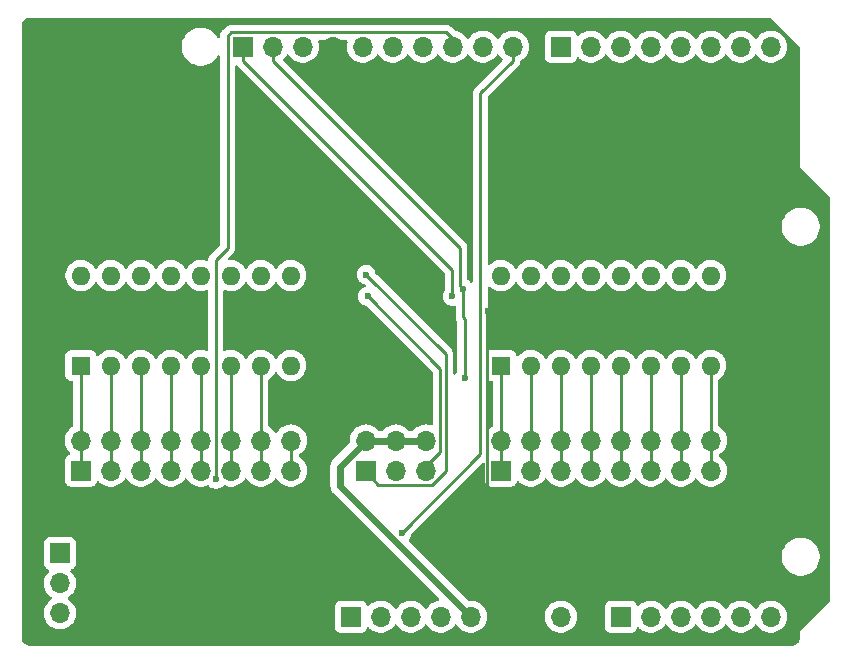
<source format=gbr>
%TF.GenerationSoftware,KiCad,Pcbnew,9.0.6*%
%TF.CreationDate,2026-01-18T16:02:07+09:00*%
%TF.ProjectId,mcp23017_testboard_arduino,6d637032-3330-4313-975f-74657374626f,rev?*%
%TF.SameCoordinates,Original*%
%TF.FileFunction,Copper,L2,Bot*%
%TF.FilePolarity,Positive*%
%FSLAX46Y46*%
G04 Gerber Fmt 4.6, Leading zero omitted, Abs format (unit mm)*
G04 Created by KiCad (PCBNEW 9.0.6) date 2026-01-18 16:02:07*
%MOMM*%
%LPD*%
G01*
G04 APERTURE LIST*
%TA.AperFunction,ComponentPad*%
%ADD10R,1.700000X1.700000*%
%TD*%
%TA.AperFunction,ComponentPad*%
%ADD11O,1.700000X1.700000*%
%TD*%
%TA.AperFunction,ComponentPad*%
%ADD12R,1.600000X1.600000*%
%TD*%
%TA.AperFunction,ComponentPad*%
%ADD13O,1.600000X1.600000*%
%TD*%
%TA.AperFunction,ViaPad*%
%ADD14C,0.600000*%
%TD*%
%TA.AperFunction,Conductor*%
%ADD15C,0.250000*%
%TD*%
%TA.AperFunction,Conductor*%
%ADD16C,0.600000*%
%TD*%
G04 APERTURE END LIST*
D10*
%TO.P,J1,1,Pin_1*%
%TO.N,unconnected-(J1-Pin_1-Pad1)*%
X127940000Y-97460000D03*
D11*
%TO.P,J1,2,Pin_2*%
%TO.N,/IOREF*%
X130480000Y-97460000D03*
%TO.P,J1,3,Pin_3*%
%TO.N,/~{RESET}*%
X133020000Y-97460000D03*
%TO.P,J1,4,Pin_4*%
%TO.N,+3V3*%
X135560000Y-97460000D03*
%TO.P,J1,5,Pin_5*%
%TO.N,+5V*%
X138100000Y-97460000D03*
%TO.P,J1,6,Pin_6*%
%TO.N,GND*%
X140640000Y-97460000D03*
%TO.P,J1,7,Pin_7*%
X143180000Y-97460000D03*
%TO.P,J1,8,Pin_8*%
%TO.N,VCC*%
X145720000Y-97460000D03*
%TD*%
D10*
%TO.P,J3,1,Pin_1*%
%TO.N,/A0*%
X150800000Y-97460000D03*
D11*
%TO.P,J3,2,Pin_2*%
%TO.N,/A1*%
X153340000Y-97460000D03*
%TO.P,J3,3,Pin_3*%
%TO.N,/A2*%
X155880000Y-97460000D03*
%TO.P,J3,4,Pin_4*%
%TO.N,/A3*%
X158420000Y-97460000D03*
%TO.P,J3,5,Pin_5*%
%TO.N,/SDA*%
X160960000Y-97460000D03*
%TO.P,J3,6,Pin_6*%
%TO.N,/SCL*%
X163500000Y-97460000D03*
%TD*%
D10*
%TO.P,J2,1,Pin_1*%
%TO.N,/SCL*%
X118796000Y-49200000D03*
D11*
%TO.P,J2,2,Pin_2*%
%TO.N,/SDA*%
X121336000Y-49200000D03*
%TO.P,J2,3,Pin_3*%
%TO.N,/AREF*%
X123876000Y-49200000D03*
%TO.P,J2,4,Pin_4*%
%TO.N,GND*%
X126416000Y-49200000D03*
%TO.P,J2,5,Pin_5*%
%TO.N,/13*%
X128956000Y-49200000D03*
%TO.P,J2,6,Pin_6*%
%TO.N,/12*%
X131496000Y-49200000D03*
%TO.P,J2,7,Pin_7*%
%TO.N,/\u002A11*%
X134036000Y-49200000D03*
%TO.P,J2,8,Pin_8*%
%TO.N,/\u002A10*%
X136576000Y-49200000D03*
%TO.P,J2,9,Pin_9*%
%TO.N,/\u002A9*%
X139116000Y-49200000D03*
%TO.P,J2,10,Pin_10*%
%TO.N,/8*%
X141656000Y-49200000D03*
%TD*%
D10*
%TO.P,J4,1,Pin_1*%
%TO.N,/7*%
X145720000Y-49200000D03*
D11*
%TO.P,J4,2,Pin_2*%
%TO.N,/\u002A6*%
X148260000Y-49200000D03*
%TO.P,J4,3,Pin_3*%
%TO.N,/\u002A5*%
X150800000Y-49200000D03*
%TO.P,J4,4,Pin_4*%
%TO.N,/4*%
X153340000Y-49200000D03*
%TO.P,J4,5,Pin_5*%
%TO.N,/\u002A3*%
X155880000Y-49200000D03*
%TO.P,J4,6,Pin_6*%
%TO.N,/2*%
X158420000Y-49200000D03*
%TO.P,J4,7,Pin_7*%
%TO.N,/TX{slash}1*%
X160960000Y-49200000D03*
%TO.P,J4,8,Pin_8*%
%TO.N,/RX{slash}0*%
X163500000Y-49200000D03*
%TD*%
D10*
%TO.P,J5,1,Pin_1*%
%TO.N,Net-(J5-Pin_1)*%
X129210000Y-85090000D03*
D11*
%TO.P,J5,2,Pin_2*%
%TO.N,+5V*%
X129210000Y-82550000D03*
%TO.P,J5,3,Pin_3*%
%TO.N,Net-(J5-Pin_3)*%
X131750000Y-85090000D03*
%TO.P,J5,4,Pin_4*%
%TO.N,+5V*%
X131750000Y-82550000D03*
%TO.P,J5,5,Pin_5*%
%TO.N,Net-(J5-Pin_5)*%
X134290000Y-85090000D03*
%TO.P,J5,6,Pin_6*%
%TO.N,+5V*%
X134290000Y-82550000D03*
%TD*%
D12*
%TO.P,SW1,1*%
%TO.N,Net-(J6-Pin_1)*%
X140640000Y-76200000D03*
D13*
%TO.P,SW1,2*%
%TO.N,Net-(J6-Pin_3)*%
X143180000Y-76200000D03*
%TO.P,SW1,3*%
%TO.N,Net-(J6-Pin_5)*%
X145720000Y-76200000D03*
%TO.P,SW1,4*%
%TO.N,Net-(J6-Pin_7)*%
X148260000Y-76200000D03*
%TO.P,SW1,5*%
%TO.N,Net-(J6-Pin_10)*%
X150800000Y-76200000D03*
%TO.P,SW1,6*%
%TO.N,Net-(J6-Pin_11)*%
X153340000Y-76200000D03*
%TO.P,SW1,7*%
%TO.N,Net-(J6-Pin_13)*%
X155880000Y-76200000D03*
%TO.P,SW1,8*%
%TO.N,Net-(J6-Pin_15)*%
X158420000Y-76200000D03*
%TO.P,SW1,9*%
%TO.N,Net-(R13-Pad1)*%
X158420000Y-68580000D03*
%TO.P,SW1,10*%
%TO.N,Net-(R12-Pad1)*%
X155880000Y-68580000D03*
%TO.P,SW1,11*%
%TO.N,Net-(R11-Pad1)*%
X153340000Y-68580000D03*
%TO.P,SW1,12*%
%TO.N,Net-(R10-Pad1)*%
X150800000Y-68580000D03*
%TO.P,SW1,13*%
%TO.N,Net-(R9-Pad1)*%
X148260000Y-68580000D03*
%TO.P,SW1,14*%
%TO.N,Net-(R8-Pad1)*%
X145720000Y-68580000D03*
%TO.P,SW1,15*%
%TO.N,Net-(R7-Pad1)*%
X143180000Y-68580000D03*
%TO.P,SW1,16*%
%TO.N,Net-(R6-Pad1)*%
X140640000Y-68580000D03*
%TD*%
D10*
%TO.P,J8,1,Pin_1*%
%TO.N,/INTA*%
X103302000Y-92090000D03*
D11*
%TO.P,J8,2,Pin_2*%
%TO.N,/INTB*%
X103302000Y-94630000D03*
%TO.P,J8,3,Pin_3*%
%TO.N,/EX_RESET*%
X103302000Y-97170000D03*
%TD*%
D10*
%TO.P,J7,1,Pin_1*%
%TO.N,Net-(J7-Pin_1)*%
X105080000Y-85090000D03*
D11*
%TO.P,J7,2,Pin_2*%
X105080000Y-82550000D03*
%TO.P,J7,3,Pin_3*%
%TO.N,Net-(J7-Pin_3)*%
X107620000Y-85090000D03*
%TO.P,J7,4,Pin_4*%
X107620000Y-82550000D03*
%TO.P,J7,5,Pin_5*%
%TO.N,Net-(J7-Pin_5)*%
X110160000Y-85090000D03*
%TO.P,J7,6,Pin_6*%
X110160000Y-82550000D03*
%TO.P,J7,7,Pin_7*%
%TO.N,Net-(J7-Pin_7)*%
X112700000Y-85090000D03*
%TO.P,J7,8,Pin_8*%
X112700000Y-82550000D03*
%TO.P,J7,9,Pin_9*%
%TO.N,Net-(J7-Pin_10)*%
X115240000Y-85090000D03*
%TO.P,J7,10,Pin_10*%
X115240000Y-82550000D03*
%TO.P,J7,11,Pin_11*%
%TO.N,Net-(J7-Pin_11)*%
X117780000Y-85090000D03*
%TO.P,J7,12,Pin_12*%
X117780000Y-82550000D03*
%TO.P,J7,13,Pin_13*%
%TO.N,Net-(J7-Pin_13)*%
X120320000Y-85090000D03*
%TO.P,J7,14,Pin_14*%
X120320000Y-82550000D03*
%TO.P,J7,15,Pin_15*%
%TO.N,Net-(J7-Pin_15)*%
X122860000Y-85090000D03*
%TO.P,J7,16,Pin_16*%
X122860000Y-82550000D03*
%TD*%
D10*
%TO.P,J6,1,Pin_1*%
%TO.N,Net-(J6-Pin_1)*%
X140640000Y-85090000D03*
D11*
%TO.P,J6,2,Pin_2*%
X140640000Y-82550000D03*
%TO.P,J6,3,Pin_3*%
%TO.N,Net-(J6-Pin_3)*%
X143180000Y-85090000D03*
%TO.P,J6,4,Pin_4*%
X143180000Y-82550000D03*
%TO.P,J6,5,Pin_5*%
%TO.N,Net-(J6-Pin_5)*%
X145720000Y-85090000D03*
%TO.P,J6,6,Pin_6*%
X145720000Y-82550000D03*
%TO.P,J6,7,Pin_7*%
%TO.N,Net-(J6-Pin_7)*%
X148260000Y-85090000D03*
%TO.P,J6,8,Pin_8*%
X148260000Y-82550000D03*
%TO.P,J6,9,Pin_9*%
%TO.N,Net-(J6-Pin_10)*%
X150800000Y-85090000D03*
%TO.P,J6,10,Pin_10*%
X150800000Y-82550000D03*
%TO.P,J6,11,Pin_11*%
%TO.N,Net-(J6-Pin_11)*%
X153340000Y-85090000D03*
%TO.P,J6,12,Pin_12*%
X153340000Y-82550000D03*
%TO.P,J6,13,Pin_13*%
%TO.N,Net-(J6-Pin_13)*%
X155880000Y-85090000D03*
%TO.P,J6,14,Pin_14*%
X155880000Y-82550000D03*
%TO.P,J6,15,Pin_15*%
%TO.N,Net-(J6-Pin_15)*%
X158420000Y-85090000D03*
%TO.P,J6,16,Pin_16*%
X158420000Y-82550000D03*
%TD*%
D12*
%TO.P,SW2,1*%
%TO.N,Net-(J7-Pin_1)*%
X105080000Y-76200000D03*
D13*
%TO.P,SW2,2*%
%TO.N,Net-(J7-Pin_3)*%
X107620000Y-76200000D03*
%TO.P,SW2,3*%
%TO.N,Net-(J7-Pin_5)*%
X110160000Y-76200000D03*
%TO.P,SW2,4*%
%TO.N,Net-(J7-Pin_7)*%
X112700000Y-76200000D03*
%TO.P,SW2,5*%
%TO.N,Net-(J7-Pin_10)*%
X115240000Y-76200000D03*
%TO.P,SW2,6*%
%TO.N,Net-(J7-Pin_11)*%
X117780000Y-76200000D03*
%TO.P,SW2,7*%
%TO.N,Net-(J7-Pin_13)*%
X120320000Y-76200000D03*
%TO.P,SW2,8*%
%TO.N,Net-(J7-Pin_15)*%
X122860000Y-76200000D03*
%TO.P,SW2,9*%
%TO.N,Net-(R21-Pad1)*%
X122860000Y-68580000D03*
%TO.P,SW2,10*%
%TO.N,Net-(R20-Pad1)*%
X120320000Y-68580000D03*
%TO.P,SW2,11*%
%TO.N,Net-(R19-Pad1)*%
X117780000Y-68580000D03*
%TO.P,SW2,12*%
%TO.N,Net-(R18-Pad1)*%
X115240000Y-68580000D03*
%TO.P,SW2,13*%
%TO.N,Net-(R17-Pad1)*%
X112700000Y-68580000D03*
%TO.P,SW2,14*%
%TO.N,Net-(R16-Pad1)*%
X110160000Y-68580000D03*
%TO.P,SW2,15*%
%TO.N,Net-(R15-Pad1)*%
X107620000Y-68580000D03*
%TO.P,SW2,16*%
%TO.N,Net-(R14-Pad1)*%
X105080000Y-68580000D03*
%TD*%
D14*
%TO.N,GND*%
X139435100Y-93416200D03*
X139524400Y-71620000D03*
%TO.N,/8*%
X132253100Y-90378400D03*
%TO.N,/\u002A10*%
X116510000Y-85815500D03*
%TO.N,Net-(J5-Pin_1)*%
X129225200Y-68497500D03*
%TO.N,Net-(J5-Pin_5)*%
X129351000Y-70320000D03*
%TO.N,/SDA*%
X137470450Y-69695500D03*
X137592000Y-77216000D03*
%TO.N,/SCL*%
X136543500Y-70320000D03*
%TD*%
D15*
%TO.N,GND*%
X140640000Y-97460000D02*
X140640000Y-96872300D01*
X139435100Y-95079800D02*
X139435100Y-93416200D01*
X140640000Y-96872300D02*
X140640000Y-96284700D01*
X140640000Y-96284700D02*
X139435100Y-95079800D01*
X141227700Y-97460000D02*
X143180000Y-97460000D01*
X139435100Y-71709300D02*
X139524400Y-71620000D01*
X140640000Y-96872300D02*
X141227700Y-97460000D01*
X139435100Y-93416200D02*
X139435100Y-71709300D01*
D16*
%TO.N,+5V*%
X129210000Y-82550000D02*
X127000000Y-84760000D01*
X129210000Y-82550000D02*
X131750000Y-82550000D01*
X131750000Y-82550000D02*
X134290000Y-82550000D01*
X127000000Y-86360000D02*
X138100000Y-97460000D01*
X127000000Y-84760000D02*
X127000000Y-86360000D01*
D15*
%TO.N,/8*%
X138899400Y-83732100D02*
X132253100Y-90378400D01*
X141656000Y-49200000D02*
X141656000Y-50375300D01*
X138899400Y-53131900D02*
X138899400Y-83732100D01*
X141656000Y-50375300D02*
X138899400Y-53131900D01*
%TO.N,/\u002A10*%
X116510000Y-67236400D02*
X116510000Y-85815500D01*
X117500000Y-48295100D02*
X117500000Y-66246400D01*
X117795100Y-48000000D02*
X117500000Y-48295100D01*
X136000000Y-48000000D02*
X117795100Y-48000000D01*
X117500000Y-66246400D02*
X116510000Y-67236400D01*
X136576000Y-49200000D02*
X136576000Y-48576000D01*
X136576000Y-48576000D02*
X136000000Y-48000000D01*
%TO.N,Net-(J5-Pin_1)*%
X135974500Y-75246800D02*
X129225200Y-68497500D01*
X130242300Y-86278300D02*
X134790200Y-86278300D01*
X135974500Y-85094000D02*
X135974500Y-75246800D01*
X134790200Y-86278300D02*
X135974500Y-85094000D01*
X129210000Y-85246000D02*
X130242300Y-86278300D01*
X129210000Y-85090000D02*
X129210000Y-85246000D01*
%TO.N,Net-(J5-Pin_5)*%
X135500000Y-83500000D02*
X135500000Y-76469000D01*
X134290000Y-84710000D02*
X135500000Y-83500000D01*
X135500000Y-76469000D02*
X129351000Y-70320000D01*
X134290000Y-85090000D02*
X134290000Y-84710000D01*
%TO.N,Net-(J6-Pin_1)*%
X140640000Y-82550000D02*
X140640000Y-76200000D01*
X140640000Y-85090000D02*
X140640000Y-82550000D01*
%TO.N,Net-(J6-Pin_3)*%
X143180000Y-85090000D02*
X143180000Y-82550000D01*
X143180000Y-82550000D02*
X143180000Y-76200000D01*
%TO.N,Net-(J6-Pin_5)*%
X145720000Y-82550000D02*
X145720000Y-76200000D01*
X145720000Y-85090000D02*
X145720000Y-82550000D01*
%TO.N,Net-(J6-Pin_7)*%
X148260000Y-82550000D02*
X148260000Y-76200000D01*
X148260000Y-85090000D02*
X148260000Y-82550000D01*
%TO.N,Net-(J6-Pin_10)*%
X150800000Y-82550000D02*
X150800000Y-76200000D01*
X150800000Y-85090000D02*
X150800000Y-82550000D01*
%TO.N,Net-(J6-Pin_11)*%
X153340000Y-85090000D02*
X153340000Y-82550000D01*
X153340000Y-82550000D02*
X153340000Y-76200000D01*
%TO.N,Net-(J6-Pin_13)*%
X155880000Y-82550000D02*
X155880000Y-76200000D01*
X155880000Y-85090000D02*
X155880000Y-82550000D01*
%TO.N,Net-(J6-Pin_15)*%
X158420000Y-85090000D02*
X158420000Y-82550000D01*
X158420000Y-82550000D02*
X158420000Y-76200000D01*
%TO.N,Net-(J7-Pin_1)*%
X105080000Y-76200000D02*
X105080000Y-82550000D01*
X105080000Y-82550000D02*
X105080000Y-85090000D01*
%TO.N,Net-(J7-Pin_3)*%
X107620000Y-82550000D02*
X107620000Y-76200000D01*
X107620000Y-85090000D02*
X107620000Y-82550000D01*
%TO.N,Net-(J7-Pin_5)*%
X110160000Y-85090000D02*
X110160000Y-82550000D01*
X110160000Y-82550000D02*
X110160000Y-76200000D01*
%TO.N,Net-(J7-Pin_7)*%
X112700000Y-85090000D02*
X112700000Y-82550000D01*
X112700000Y-82550000D02*
X112700000Y-76200000D01*
%TO.N,Net-(J7-Pin_10)*%
X115240000Y-85090000D02*
X115240000Y-82550000D01*
X115240000Y-82550000D02*
X115240000Y-76200000D01*
%TO.N,Net-(J7-Pin_11)*%
X117780000Y-82550000D02*
X117780000Y-76200000D01*
X117780000Y-85090000D02*
X117780000Y-82550000D01*
%TO.N,Net-(J7-Pin_13)*%
X120320000Y-82550000D02*
X120320000Y-76200000D01*
X120320000Y-85090000D02*
X120320000Y-82550000D01*
%TO.N,Net-(J7-Pin_15)*%
X122860000Y-85090000D02*
X122860000Y-82550000D01*
%TO.N,/SDA*%
X137592000Y-72252384D02*
X137470450Y-72130834D01*
X137168900Y-66208200D02*
X121336000Y-50375300D01*
X137470450Y-69695500D02*
X137168900Y-69393950D01*
X137470450Y-72130834D02*
X137470450Y-69695500D01*
X137592000Y-77216000D02*
X137592000Y-72252384D01*
X137168900Y-69393950D02*
X137168900Y-66208200D01*
X121336000Y-50375300D02*
X121336000Y-49200000D01*
%TO.N,/SCL*%
X136543500Y-68122800D02*
X118796000Y-50375300D01*
X136543500Y-70320000D02*
X136543500Y-68122800D01*
X118796000Y-49200000D02*
X118796000Y-50375300D01*
%TD*%
%TA.AperFunction,Conductor*%
%TO.N,GND*%
G36*
X139686021Y-77485287D02*
G01*
X139730799Y-77501989D01*
X139791362Y-77508500D01*
X139889545Y-77508500D01*
X139896551Y-77509299D01*
X139922509Y-77520248D01*
X139949539Y-77528185D01*
X139954269Y-77533644D01*
X139960928Y-77536453D01*
X139976847Y-77559700D01*
X139995294Y-77580989D01*
X139996322Y-77588139D01*
X140000405Y-77594102D01*
X140006500Y-77632500D01*
X140006500Y-81272116D01*
X139986815Y-81339155D01*
X139938796Y-81382600D01*
X139927993Y-81388104D01*
X139754993Y-81513796D01*
X139744581Y-81524209D01*
X139683258Y-81557694D01*
X139613566Y-81552710D01*
X139557633Y-81510838D01*
X139533216Y-81445374D01*
X139532900Y-81436528D01*
X139532900Y-77606770D01*
X139537421Y-77591372D01*
X139536952Y-77575328D01*
X139547063Y-77558533D01*
X139552585Y-77539731D01*
X139564711Y-77529222D01*
X139572992Y-77515471D01*
X139590577Y-77506809D01*
X139605389Y-77493976D01*
X139621274Y-77491691D01*
X139635672Y-77484601D01*
X139670951Y-77483569D01*
X139686021Y-77485287D01*
G37*
%TD.AperFunction*%
%TA.AperFunction,Conductor*%
G36*
X127608023Y-48653185D02*
G01*
X127653778Y-48705989D01*
X127663722Y-48775147D01*
X127658915Y-48795818D01*
X127630951Y-48881882D01*
X127630951Y-48881884D01*
X127597500Y-49093084D01*
X127597500Y-49306916D01*
X127600517Y-49325962D01*
X127630951Y-49518117D01*
X127697026Y-49721480D01*
X127697027Y-49721483D01*
X127768245Y-49861254D01*
X127794106Y-49912009D01*
X127919794Y-50085004D01*
X128070996Y-50236206D01*
X128243991Y-50361894D01*
X128322499Y-50401896D01*
X128434516Y-50458972D01*
X128434519Y-50458973D01*
X128536200Y-50492010D01*
X128637884Y-50525049D01*
X128849084Y-50558500D01*
X128849085Y-50558500D01*
X129062915Y-50558500D01*
X129062916Y-50558500D01*
X129274116Y-50525049D01*
X129477483Y-50458972D01*
X129668009Y-50361894D01*
X129841004Y-50236206D01*
X129992206Y-50085004D01*
X130117894Y-49912009D01*
X130117896Y-49912004D01*
X130120270Y-49908132D01*
X130172080Y-49861254D01*
X130241009Y-49849829D01*
X130305173Y-49877483D01*
X130331730Y-49908132D01*
X130334103Y-49912005D01*
X130334106Y-49912009D01*
X130459794Y-50085004D01*
X130610996Y-50236206D01*
X130783991Y-50361894D01*
X130862499Y-50401896D01*
X130974516Y-50458972D01*
X130974519Y-50458973D01*
X131076200Y-50492010D01*
X131177884Y-50525049D01*
X131389084Y-50558500D01*
X131389085Y-50558500D01*
X131602915Y-50558500D01*
X131602916Y-50558500D01*
X131814116Y-50525049D01*
X132017483Y-50458972D01*
X132208009Y-50361894D01*
X132381004Y-50236206D01*
X132532206Y-50085004D01*
X132657894Y-49912009D01*
X132657896Y-49912004D01*
X132660270Y-49908132D01*
X132712080Y-49861254D01*
X132781009Y-49849829D01*
X132845173Y-49877483D01*
X132871730Y-49908132D01*
X132874103Y-49912005D01*
X132874106Y-49912009D01*
X132999794Y-50085004D01*
X133150996Y-50236206D01*
X133323991Y-50361894D01*
X133402499Y-50401896D01*
X133514516Y-50458972D01*
X133514519Y-50458973D01*
X133616200Y-50492010D01*
X133717884Y-50525049D01*
X133929084Y-50558500D01*
X133929085Y-50558500D01*
X134142915Y-50558500D01*
X134142916Y-50558500D01*
X134354116Y-50525049D01*
X134557483Y-50458972D01*
X134748009Y-50361894D01*
X134921004Y-50236206D01*
X135072206Y-50085004D01*
X135197894Y-49912009D01*
X135197896Y-49912004D01*
X135200270Y-49908132D01*
X135252080Y-49861254D01*
X135321009Y-49849829D01*
X135385173Y-49877483D01*
X135411730Y-49908132D01*
X135414103Y-49912005D01*
X135414106Y-49912009D01*
X135539794Y-50085004D01*
X135690996Y-50236206D01*
X135863991Y-50361894D01*
X135942499Y-50401896D01*
X136054516Y-50458972D01*
X136054519Y-50458973D01*
X136156200Y-50492010D01*
X136257884Y-50525049D01*
X136469084Y-50558500D01*
X136469085Y-50558500D01*
X136682915Y-50558500D01*
X136682916Y-50558500D01*
X136894116Y-50525049D01*
X137097483Y-50458972D01*
X137288009Y-50361894D01*
X137461004Y-50236206D01*
X137612206Y-50085004D01*
X137737894Y-49912009D01*
X137737896Y-49912004D01*
X137740270Y-49908132D01*
X137792080Y-49861254D01*
X137861009Y-49849829D01*
X137925173Y-49877483D01*
X137951730Y-49908132D01*
X137954103Y-49912005D01*
X137954106Y-49912009D01*
X138079794Y-50085004D01*
X138230996Y-50236206D01*
X138403991Y-50361894D01*
X138482499Y-50401896D01*
X138594516Y-50458972D01*
X138594519Y-50458973D01*
X138696200Y-50492010D01*
X138797884Y-50525049D01*
X139009084Y-50558500D01*
X139009085Y-50558500D01*
X139222915Y-50558500D01*
X139222916Y-50558500D01*
X139434116Y-50525049D01*
X139637483Y-50458972D01*
X139828009Y-50361894D01*
X140001004Y-50236206D01*
X140152206Y-50085004D01*
X140277894Y-49912009D01*
X140277896Y-49912004D01*
X140280270Y-49908132D01*
X140332080Y-49861254D01*
X140401009Y-49849829D01*
X140465173Y-49877483D01*
X140491730Y-49908132D01*
X140494103Y-49912005D01*
X140494106Y-49912009D01*
X140619794Y-50085004D01*
X140619796Y-50085006D01*
X140747411Y-50212621D01*
X140780896Y-50273944D01*
X140775912Y-50343636D01*
X140747411Y-50387983D01*
X138495567Y-52639829D01*
X138451447Y-52683949D01*
X138407327Y-52728068D01*
X138338003Y-52831818D01*
X138337998Y-52831827D01*
X138290245Y-52947114D01*
X138290243Y-52947122D01*
X138265900Y-53069501D01*
X138265900Y-69048195D01*
X138246215Y-69115234D01*
X138193411Y-69160989D01*
X138124253Y-69170933D01*
X138060697Y-69141908D01*
X138054219Y-69135876D01*
X137985841Y-69067498D01*
X137857509Y-68981749D01*
X137812704Y-68928136D01*
X137802400Y-68878647D01*
X137802400Y-66145805D01*
X137802399Y-66145801D01*
X137778056Y-66023422D01*
X137778055Y-66023415D01*
X137736561Y-65923241D01*
X137730301Y-65908127D01*
X137730296Y-65908118D01*
X137660972Y-65804368D01*
X137660971Y-65804367D01*
X137572733Y-65716129D01*
X122244587Y-50387983D01*
X122211103Y-50326661D01*
X122216087Y-50256969D01*
X122244588Y-50212622D01*
X122298009Y-50159201D01*
X122372206Y-50085004D01*
X122497894Y-49912009D01*
X122497896Y-49912004D01*
X122500270Y-49908132D01*
X122552080Y-49861254D01*
X122621009Y-49849829D01*
X122685173Y-49877483D01*
X122711730Y-49908132D01*
X122714103Y-49912005D01*
X122714106Y-49912009D01*
X122839794Y-50085004D01*
X122990996Y-50236206D01*
X123163991Y-50361894D01*
X123242499Y-50401896D01*
X123354516Y-50458972D01*
X123354519Y-50458973D01*
X123456200Y-50492010D01*
X123557884Y-50525049D01*
X123769084Y-50558500D01*
X123769085Y-50558500D01*
X123982915Y-50558500D01*
X123982916Y-50558500D01*
X124194116Y-50525049D01*
X124397483Y-50458972D01*
X124588009Y-50361894D01*
X124761004Y-50236206D01*
X124912206Y-50085004D01*
X125037894Y-49912009D01*
X125134972Y-49721483D01*
X125201049Y-49518116D01*
X125234500Y-49306916D01*
X125234500Y-49093084D01*
X125201049Y-48881884D01*
X125173085Y-48795818D01*
X125171090Y-48725977D01*
X125207171Y-48666144D01*
X125269872Y-48635316D01*
X125291016Y-48633500D01*
X127540984Y-48633500D01*
X127608023Y-48653185D01*
G37*
%TD.AperFunction*%
%TA.AperFunction,Conductor*%
G36*
X163484404Y-46755185D02*
G01*
X163505046Y-46771819D01*
X165928181Y-49194954D01*
X165961666Y-49256277D01*
X165964500Y-49282635D01*
X165964500Y-59344982D01*
X165964500Y-59375018D01*
X165975994Y-59402767D01*
X165975995Y-59402768D01*
X168468181Y-61894954D01*
X168501666Y-61956277D01*
X168504500Y-61982635D01*
X168504500Y-96107364D01*
X168484815Y-96174403D01*
X168468181Y-96195045D01*
X165997233Y-98665994D01*
X165975995Y-98687231D01*
X165964500Y-98714982D01*
X165964500Y-99231907D01*
X165963903Y-99244061D01*
X165963903Y-99244062D01*
X165952505Y-99359778D01*
X165947763Y-99383618D01*
X165917832Y-99482290D01*
X165915789Y-99489024D01*
X165906486Y-99511482D01*
X165854561Y-99608627D01*
X165841056Y-99628839D01*
X165771176Y-99713988D01*
X165753988Y-99731176D01*
X165668839Y-99801056D01*
X165648627Y-99814561D01*
X165551482Y-99866486D01*
X165529028Y-99875787D01*
X165487028Y-99888528D01*
X165423618Y-99907763D01*
X165399778Y-99912505D01*
X165291162Y-99923203D01*
X165284060Y-99923903D01*
X165271907Y-99924500D01*
X100768093Y-99924500D01*
X100755939Y-99923903D01*
X100747995Y-99923120D01*
X100640221Y-99912505D01*
X100616381Y-99907763D01*
X100599445Y-99902625D01*
X100510968Y-99875786D01*
X100488517Y-99866486D01*
X100391372Y-99814561D01*
X100371160Y-99801056D01*
X100286011Y-99731176D01*
X100268823Y-99713988D01*
X100198943Y-99628839D01*
X100185438Y-99608627D01*
X100133510Y-99511476D01*
X100124215Y-99489037D01*
X100092234Y-99383612D01*
X100087494Y-99359777D01*
X100076097Y-99244061D01*
X100075500Y-99231907D01*
X100075500Y-91191345D01*
X101943500Y-91191345D01*
X101943500Y-92988654D01*
X101950011Y-93049202D01*
X101950011Y-93049204D01*
X102001111Y-93186204D01*
X102088739Y-93303261D01*
X102205796Y-93390889D01*
X102326626Y-93435956D01*
X102382557Y-93477827D01*
X102406974Y-93543291D01*
X102392122Y-93611564D01*
X102370972Y-93639818D01*
X102265793Y-93744997D01*
X102140106Y-93917990D01*
X102043027Y-94108516D01*
X102043026Y-94108519D01*
X101976951Y-94311882D01*
X101943500Y-94523084D01*
X101943500Y-94736915D01*
X101976951Y-94948117D01*
X102043026Y-95151480D01*
X102043027Y-95151483D01*
X102140106Y-95342009D01*
X102265794Y-95515004D01*
X102416996Y-95666206D01*
X102589991Y-95791894D01*
X102593873Y-95794273D01*
X102640748Y-95846086D01*
X102652169Y-95915016D01*
X102624512Y-95979178D01*
X102593873Y-96005727D01*
X102589991Y-96008105D01*
X102416993Y-96133796D01*
X102265796Y-96284993D01*
X102140106Y-96457990D01*
X102043027Y-96648516D01*
X102043026Y-96648519D01*
X101976951Y-96851882D01*
X101943500Y-97063084D01*
X101943500Y-97276915D01*
X101976951Y-97488117D01*
X102043026Y-97691480D01*
X102043027Y-97691483D01*
X102087170Y-97778117D01*
X102140106Y-97882009D01*
X102265794Y-98055004D01*
X102416996Y-98206206D01*
X102589991Y-98331894D01*
X102664537Y-98369877D01*
X102780516Y-98428972D01*
X102780519Y-98428973D01*
X102882200Y-98462010D01*
X102983884Y-98495049D01*
X103195084Y-98528500D01*
X103195085Y-98528500D01*
X103408915Y-98528500D01*
X103408916Y-98528500D01*
X103620116Y-98495049D01*
X103823483Y-98428972D01*
X104014009Y-98331894D01*
X104187004Y-98206206D01*
X104338206Y-98055004D01*
X104463894Y-97882009D01*
X104560972Y-97691483D01*
X104627049Y-97488116D01*
X104660500Y-97276916D01*
X104660500Y-97063084D01*
X104627049Y-96851884D01*
X104560972Y-96648517D01*
X104560972Y-96648516D01*
X104485705Y-96500797D01*
X104463894Y-96457991D01*
X104338206Y-96284996D01*
X104187004Y-96133794D01*
X104014009Y-96008106D01*
X104014005Y-96008103D01*
X104010132Y-96005730D01*
X103963254Y-95953920D01*
X103951829Y-95884991D01*
X103979483Y-95820827D01*
X104010132Y-95794270D01*
X104014005Y-95791896D01*
X104014004Y-95791896D01*
X104014009Y-95791894D01*
X104187004Y-95666206D01*
X104338206Y-95515004D01*
X104463894Y-95342009D01*
X104560972Y-95151483D01*
X104627049Y-94948116D01*
X104660500Y-94736916D01*
X104660500Y-94523084D01*
X104627049Y-94311884D01*
X104560972Y-94108517D01*
X104560972Y-94108516D01*
X104495744Y-93980500D01*
X104463894Y-93917991D01*
X104338206Y-93744996D01*
X104233028Y-93639818D01*
X104199543Y-93578495D01*
X104204527Y-93508803D01*
X104246399Y-93452870D01*
X104277367Y-93435959D01*
X104398204Y-93390889D01*
X104515261Y-93303261D01*
X104602889Y-93186204D01*
X104653989Y-93049201D01*
X104657591Y-93015692D01*
X104660499Y-92988654D01*
X104660500Y-92988637D01*
X104660500Y-91191362D01*
X104660499Y-91191345D01*
X104657042Y-91159201D01*
X104653989Y-91130799D01*
X104636321Y-91083431D01*
X104609354Y-91011130D01*
X104602889Y-90993796D01*
X104515261Y-90876739D01*
X104398204Y-90789111D01*
X104261203Y-90738011D01*
X104200654Y-90731500D01*
X104200638Y-90731500D01*
X102403362Y-90731500D01*
X102403345Y-90731500D01*
X102342797Y-90738011D01*
X102342795Y-90738011D01*
X102205795Y-90789111D01*
X102088739Y-90876739D01*
X102001111Y-90993795D01*
X101950011Y-91130795D01*
X101950011Y-91130797D01*
X101943500Y-91191345D01*
X100075500Y-91191345D01*
X100075500Y-82443084D01*
X103721500Y-82443084D01*
X103721500Y-82656915D01*
X103754951Y-82868117D01*
X103821026Y-83071480D01*
X103821027Y-83071483D01*
X103892245Y-83211254D01*
X103918106Y-83262009D01*
X104043794Y-83435004D01*
X104043796Y-83435006D01*
X104148971Y-83540181D01*
X104182456Y-83601504D01*
X104177472Y-83671196D01*
X104135600Y-83727129D01*
X104104625Y-83744043D01*
X103983795Y-83789111D01*
X103866739Y-83876739D01*
X103779111Y-83993795D01*
X103728011Y-84130795D01*
X103728011Y-84130797D01*
X103721500Y-84191345D01*
X103721500Y-85988654D01*
X103728011Y-86049202D01*
X103728011Y-86049204D01*
X103779111Y-86186204D01*
X103866739Y-86303261D01*
X103983796Y-86390889D01*
X104120799Y-86441989D01*
X104148050Y-86444918D01*
X104181345Y-86448499D01*
X104181362Y-86448500D01*
X105978638Y-86448500D01*
X105978654Y-86448499D01*
X106005692Y-86445591D01*
X106039201Y-86441989D01*
X106176204Y-86390889D01*
X106293261Y-86303261D01*
X106380889Y-86186204D01*
X106425957Y-86065371D01*
X106467827Y-86009442D01*
X106533291Y-85985025D01*
X106601564Y-85999877D01*
X106629818Y-86021028D01*
X106734996Y-86126206D01*
X106907991Y-86251894D01*
X106999596Y-86298569D01*
X107098516Y-86348972D01*
X107098519Y-86348973D01*
X107150598Y-86365894D01*
X107301884Y-86415049D01*
X107513084Y-86448500D01*
X107513085Y-86448500D01*
X107726915Y-86448500D01*
X107726916Y-86448500D01*
X107938116Y-86415049D01*
X108141483Y-86348972D01*
X108332009Y-86251894D01*
X108505004Y-86126206D01*
X108656206Y-85975004D01*
X108781894Y-85802009D01*
X108781896Y-85802004D01*
X108784270Y-85798132D01*
X108836080Y-85751254D01*
X108905009Y-85739829D01*
X108969173Y-85767483D01*
X108995730Y-85798132D01*
X108998103Y-85802005D01*
X108998106Y-85802009D01*
X109123794Y-85975004D01*
X109274996Y-86126206D01*
X109447991Y-86251894D01*
X109539596Y-86298569D01*
X109638516Y-86348972D01*
X109638519Y-86348973D01*
X109690598Y-86365894D01*
X109841884Y-86415049D01*
X110053084Y-86448500D01*
X110053085Y-86448500D01*
X110266915Y-86448500D01*
X110266916Y-86448500D01*
X110478116Y-86415049D01*
X110681483Y-86348972D01*
X110872009Y-86251894D01*
X111045004Y-86126206D01*
X111196206Y-85975004D01*
X111321894Y-85802009D01*
X111321896Y-85802004D01*
X111324270Y-85798132D01*
X111376080Y-85751254D01*
X111445009Y-85739829D01*
X111509173Y-85767483D01*
X111535730Y-85798132D01*
X111538103Y-85802005D01*
X111538106Y-85802009D01*
X111663794Y-85975004D01*
X111814996Y-86126206D01*
X111987991Y-86251894D01*
X112079596Y-86298569D01*
X112178516Y-86348972D01*
X112178519Y-86348973D01*
X112230598Y-86365894D01*
X112381884Y-86415049D01*
X112593084Y-86448500D01*
X112593085Y-86448500D01*
X112806915Y-86448500D01*
X112806916Y-86448500D01*
X113018116Y-86415049D01*
X113221483Y-86348972D01*
X113412009Y-86251894D01*
X113585004Y-86126206D01*
X113736206Y-85975004D01*
X113861894Y-85802009D01*
X113861896Y-85802004D01*
X113864270Y-85798132D01*
X113916080Y-85751254D01*
X113985009Y-85739829D01*
X114049173Y-85767483D01*
X114075730Y-85798132D01*
X114078103Y-85802005D01*
X114078106Y-85802009D01*
X114203794Y-85975004D01*
X114354996Y-86126206D01*
X114527991Y-86251894D01*
X114619596Y-86298569D01*
X114718516Y-86348972D01*
X114718519Y-86348973D01*
X114770598Y-86365894D01*
X114921884Y-86415049D01*
X115133084Y-86448500D01*
X115133085Y-86448500D01*
X115346915Y-86448500D01*
X115346916Y-86448500D01*
X115558116Y-86415049D01*
X115709402Y-86365894D01*
X115761474Y-86348975D01*
X115761474Y-86348974D01*
X115761483Y-86348972D01*
X115773023Y-86343091D01*
X115841690Y-86330194D01*
X115906431Y-86356468D01*
X115917001Y-86365894D01*
X115994605Y-86443498D01*
X115994612Y-86443504D01*
X116127030Y-86531982D01*
X116127031Y-86531982D01*
X116127032Y-86531983D01*
X116274169Y-86592930D01*
X116430365Y-86623999D01*
X116430369Y-86624000D01*
X116430370Y-86624000D01*
X116589631Y-86624000D01*
X116589632Y-86623999D01*
X116745831Y-86592930D01*
X116892968Y-86531983D01*
X117025389Y-86443503D01*
X117102999Y-86365892D01*
X117164319Y-86332408D01*
X117234011Y-86337392D01*
X117246956Y-86343081D01*
X117258517Y-86348972D01*
X117461884Y-86415049D01*
X117673084Y-86448500D01*
X117673085Y-86448500D01*
X117886915Y-86448500D01*
X117886916Y-86448500D01*
X118098116Y-86415049D01*
X118301483Y-86348972D01*
X118492009Y-86251894D01*
X118665004Y-86126206D01*
X118816206Y-85975004D01*
X118941894Y-85802009D01*
X118941896Y-85802004D01*
X118944270Y-85798132D01*
X118996080Y-85751254D01*
X119065009Y-85739829D01*
X119129173Y-85767483D01*
X119155730Y-85798132D01*
X119158103Y-85802005D01*
X119158106Y-85802009D01*
X119283794Y-85975004D01*
X119434996Y-86126206D01*
X119607991Y-86251894D01*
X119699596Y-86298569D01*
X119798516Y-86348972D01*
X119798519Y-86348973D01*
X119850598Y-86365894D01*
X120001884Y-86415049D01*
X120213084Y-86448500D01*
X120213085Y-86448500D01*
X120426915Y-86448500D01*
X120426916Y-86448500D01*
X120638116Y-86415049D01*
X120841483Y-86348972D01*
X121032009Y-86251894D01*
X121205004Y-86126206D01*
X121356206Y-85975004D01*
X121481894Y-85802009D01*
X121481896Y-85802004D01*
X121484270Y-85798132D01*
X121536080Y-85751254D01*
X121605009Y-85739829D01*
X121669173Y-85767483D01*
X121695730Y-85798132D01*
X121698103Y-85802005D01*
X121698106Y-85802009D01*
X121823794Y-85975004D01*
X121974996Y-86126206D01*
X122147991Y-86251894D01*
X122239596Y-86298569D01*
X122338516Y-86348972D01*
X122338519Y-86348973D01*
X122390598Y-86365894D01*
X122541884Y-86415049D01*
X122753084Y-86448500D01*
X122753085Y-86448500D01*
X122966915Y-86448500D01*
X122966916Y-86448500D01*
X123178116Y-86415049D01*
X123381483Y-86348972D01*
X123572009Y-86251894D01*
X123745004Y-86126206D01*
X123896206Y-85975004D01*
X124021894Y-85802009D01*
X124118972Y-85611483D01*
X124185049Y-85408116D01*
X124218500Y-85196916D01*
X124218500Y-84983084D01*
X124185049Y-84771884D01*
X124118972Y-84568517D01*
X124118972Y-84568516D01*
X124053575Y-84440169D01*
X124021894Y-84377991D01*
X123896206Y-84204996D01*
X123745004Y-84053794D01*
X123572009Y-83928106D01*
X123572001Y-83928100D01*
X123568122Y-83925723D01*
X123521249Y-83873909D01*
X123509830Y-83804979D01*
X123537490Y-83740817D01*
X123568141Y-83714263D01*
X123571994Y-83711901D01*
X123572009Y-83711894D01*
X123745004Y-83586206D01*
X123896206Y-83435004D01*
X124021894Y-83262009D01*
X124118972Y-83071483D01*
X124185049Y-82868116D01*
X124218500Y-82656916D01*
X124218500Y-82443084D01*
X124185049Y-82231884D01*
X124118972Y-82028517D01*
X124118972Y-82028516D01*
X124021893Y-81837990D01*
X123896206Y-81664996D01*
X123745004Y-81513794D01*
X123572009Y-81388106D01*
X123496500Y-81349632D01*
X123381483Y-81291027D01*
X123381480Y-81291026D01*
X123178117Y-81224951D01*
X123053862Y-81205271D01*
X122966916Y-81191500D01*
X122753084Y-81191500D01*
X122682684Y-81202650D01*
X122541882Y-81224951D01*
X122338519Y-81291026D01*
X122338516Y-81291027D01*
X122147990Y-81388106D01*
X121974993Y-81513796D01*
X121823796Y-81664993D01*
X121698105Y-81837991D01*
X121695727Y-81841873D01*
X121643914Y-81888748D01*
X121574984Y-81900169D01*
X121510822Y-81872512D01*
X121484273Y-81841873D01*
X121481894Y-81837991D01*
X121481893Y-81837990D01*
X121356206Y-81664996D01*
X121205004Y-81513794D01*
X121032009Y-81388106D01*
X121032008Y-81388105D01*
X121032006Y-81388104D01*
X121021204Y-81382600D01*
X120970408Y-81334625D01*
X120953500Y-81272116D01*
X120953500Y-77420310D01*
X120973185Y-77353271D01*
X121004615Y-77319991D01*
X121005797Y-77319131D01*
X121005803Y-77319129D01*
X121172430Y-77198068D01*
X121318068Y-77052430D01*
X121439129Y-76885803D01*
X121479515Y-76806540D01*
X121527490Y-76755745D01*
X121595311Y-76738950D01*
X121661446Y-76761487D01*
X121700485Y-76806541D01*
X121740873Y-76885806D01*
X121861926Y-77052423D01*
X121861930Y-77052428D01*
X122007571Y-77198069D01*
X122007576Y-77198073D01*
X122141853Y-77295630D01*
X122174197Y-77319129D01*
X122291128Y-77378709D01*
X122357705Y-77412632D01*
X122357707Y-77412632D01*
X122357710Y-77412634D01*
X122462707Y-77446749D01*
X122553591Y-77476280D01*
X122594776Y-77482803D01*
X122757019Y-77508500D01*
X122757020Y-77508500D01*
X122962980Y-77508500D01*
X122962981Y-77508500D01*
X123166408Y-77476280D01*
X123362290Y-77412634D01*
X123545803Y-77319129D01*
X123712430Y-77198068D01*
X123858068Y-77052430D01*
X123979129Y-76885803D01*
X124072634Y-76702290D01*
X124136280Y-76506408D01*
X124168500Y-76302981D01*
X124168500Y-76097019D01*
X124136280Y-75893592D01*
X124072634Y-75697710D01*
X124072632Y-75697707D01*
X124072632Y-75697705D01*
X124019515Y-75593459D01*
X123979129Y-75514197D01*
X123907907Y-75416168D01*
X123858073Y-75347576D01*
X123858069Y-75347571D01*
X123712428Y-75201930D01*
X123712423Y-75201926D01*
X123545806Y-75080873D01*
X123545805Y-75080872D01*
X123545803Y-75080871D01*
X123488496Y-75051671D01*
X123362294Y-74987367D01*
X123166408Y-74923719D01*
X122990794Y-74895905D01*
X122962981Y-74891500D01*
X122757019Y-74891500D01*
X122732550Y-74895375D01*
X122553591Y-74923719D01*
X122357705Y-74987367D01*
X122174193Y-75080873D01*
X122007576Y-75201926D01*
X122007571Y-75201930D01*
X121861930Y-75347571D01*
X121861926Y-75347576D01*
X121740871Y-75514195D01*
X121700484Y-75593459D01*
X121652510Y-75644254D01*
X121584689Y-75661049D01*
X121518554Y-75638511D01*
X121479516Y-75593459D01*
X121439128Y-75514195D01*
X121318073Y-75347576D01*
X121318069Y-75347571D01*
X121172428Y-75201930D01*
X121172423Y-75201926D01*
X121005806Y-75080873D01*
X121005805Y-75080872D01*
X121005803Y-75080871D01*
X120948496Y-75051671D01*
X120822294Y-74987367D01*
X120626408Y-74923719D01*
X120450794Y-74895905D01*
X120422981Y-74891500D01*
X120217019Y-74891500D01*
X120192550Y-74895375D01*
X120013591Y-74923719D01*
X119817705Y-74987367D01*
X119634193Y-75080873D01*
X119467576Y-75201926D01*
X119467571Y-75201930D01*
X119321930Y-75347571D01*
X119321926Y-75347576D01*
X119200871Y-75514195D01*
X119160484Y-75593459D01*
X119112510Y-75644254D01*
X119044689Y-75661049D01*
X118978554Y-75638511D01*
X118939516Y-75593459D01*
X118899128Y-75514195D01*
X118778073Y-75347576D01*
X118778069Y-75347571D01*
X118632428Y-75201930D01*
X118632423Y-75201926D01*
X118465806Y-75080873D01*
X118465805Y-75080872D01*
X118465803Y-75080871D01*
X118408496Y-75051671D01*
X118282294Y-74987367D01*
X118086408Y-74923719D01*
X117910794Y-74895905D01*
X117882981Y-74891500D01*
X117677019Y-74891500D01*
X117635917Y-74898010D01*
X117473590Y-74923720D01*
X117473587Y-74923720D01*
X117305818Y-74978233D01*
X117235977Y-74980228D01*
X117176144Y-74944148D01*
X117145316Y-74881447D01*
X117143500Y-74860302D01*
X117143500Y-69919697D01*
X117163185Y-69852658D01*
X117215989Y-69806903D01*
X117285147Y-69796959D01*
X117305806Y-69801763D01*
X117425756Y-69840737D01*
X117473591Y-69856280D01*
X117575305Y-69872390D01*
X117677019Y-69888500D01*
X117677020Y-69888500D01*
X117882980Y-69888500D01*
X117882981Y-69888500D01*
X118086408Y-69856280D01*
X118282290Y-69792634D01*
X118465803Y-69699129D01*
X118632430Y-69578068D01*
X118778068Y-69432430D01*
X118899129Y-69265803D01*
X118939515Y-69186540D01*
X118987490Y-69135745D01*
X119055311Y-69118950D01*
X119121446Y-69141487D01*
X119160484Y-69186540D01*
X119174467Y-69213983D01*
X119200873Y-69265806D01*
X119321926Y-69432423D01*
X119321930Y-69432428D01*
X119467571Y-69578069D01*
X119467576Y-69578073D01*
X119612908Y-69683661D01*
X119634197Y-69699129D01*
X119751128Y-69758709D01*
X119817705Y-69792632D01*
X119817707Y-69792632D01*
X119817710Y-69792634D01*
X119922707Y-69826749D01*
X120013591Y-69856280D01*
X120115305Y-69872390D01*
X120217019Y-69888500D01*
X120217020Y-69888500D01*
X120422980Y-69888500D01*
X120422981Y-69888500D01*
X120626408Y-69856280D01*
X120822290Y-69792634D01*
X121005803Y-69699129D01*
X121172430Y-69578068D01*
X121318068Y-69432430D01*
X121439129Y-69265803D01*
X121479515Y-69186540D01*
X121527490Y-69135745D01*
X121595311Y-69118950D01*
X121661446Y-69141487D01*
X121700484Y-69186540D01*
X121714467Y-69213983D01*
X121740873Y-69265806D01*
X121861926Y-69432423D01*
X121861930Y-69432428D01*
X122007571Y-69578069D01*
X122007576Y-69578073D01*
X122152908Y-69683661D01*
X122174197Y-69699129D01*
X122291128Y-69758709D01*
X122357705Y-69792632D01*
X122357707Y-69792632D01*
X122357710Y-69792634D01*
X122462707Y-69826749D01*
X122553591Y-69856280D01*
X122655305Y-69872390D01*
X122757019Y-69888500D01*
X122757020Y-69888500D01*
X122962980Y-69888500D01*
X122962981Y-69888500D01*
X123166408Y-69856280D01*
X123362290Y-69792634D01*
X123545803Y-69699129D01*
X123712430Y-69578068D01*
X123858068Y-69432430D01*
X123979129Y-69265803D01*
X124072634Y-69082290D01*
X124136280Y-68886408D01*
X124168500Y-68682981D01*
X124168500Y-68477019D01*
X124157918Y-68410208D01*
X124136280Y-68273591D01*
X124084598Y-68114532D01*
X124072634Y-68077710D01*
X124072632Y-68077707D01*
X124072632Y-68077705D01*
X124023924Y-67982112D01*
X123979129Y-67894197D01*
X123961186Y-67869501D01*
X123858073Y-67727576D01*
X123858069Y-67727571D01*
X123712428Y-67581930D01*
X123712423Y-67581926D01*
X123545806Y-67460873D01*
X123545805Y-67460872D01*
X123545803Y-67460871D01*
X123488496Y-67431671D01*
X123362294Y-67367367D01*
X123166408Y-67303719D01*
X122990794Y-67275905D01*
X122962981Y-67271500D01*
X122757019Y-67271500D01*
X122732550Y-67275375D01*
X122553591Y-67303719D01*
X122357705Y-67367367D01*
X122174193Y-67460873D01*
X122007576Y-67581926D01*
X122007571Y-67581930D01*
X121861930Y-67727571D01*
X121861926Y-67727576D01*
X121740871Y-67894195D01*
X121700484Y-67973459D01*
X121652510Y-68024254D01*
X121584689Y-68041049D01*
X121518554Y-68018511D01*
X121479516Y-67973459D01*
X121439128Y-67894195D01*
X121318073Y-67727576D01*
X121318069Y-67727571D01*
X121172428Y-67581930D01*
X121172423Y-67581926D01*
X121005806Y-67460873D01*
X121005805Y-67460872D01*
X121005803Y-67460871D01*
X120948496Y-67431671D01*
X120822294Y-67367367D01*
X120626408Y-67303719D01*
X120450794Y-67275905D01*
X120422981Y-67271500D01*
X120217019Y-67271500D01*
X120192550Y-67275375D01*
X120013591Y-67303719D01*
X119817705Y-67367367D01*
X119634193Y-67460873D01*
X119467576Y-67581926D01*
X119467571Y-67581930D01*
X119321930Y-67727571D01*
X119321926Y-67727576D01*
X119200871Y-67894195D01*
X119160484Y-67973459D01*
X119112510Y-68024254D01*
X119044689Y-68041049D01*
X118978554Y-68018511D01*
X118939516Y-67973459D01*
X118899128Y-67894195D01*
X118778073Y-67727576D01*
X118778069Y-67727571D01*
X118632428Y-67581930D01*
X118632423Y-67581926D01*
X118465806Y-67460873D01*
X118465805Y-67460872D01*
X118465803Y-67460871D01*
X118408496Y-67431671D01*
X118282294Y-67367367D01*
X118086408Y-67303719D01*
X117910794Y-67275905D01*
X117882981Y-67271500D01*
X117677019Y-67271500D01*
X117672147Y-67271500D01*
X117672147Y-67269698D01*
X117611333Y-67256915D01*
X117561583Y-67207857D01*
X117546253Y-67139690D01*
X117570211Y-67074056D01*
X117582315Y-67059988D01*
X117635189Y-67007115D01*
X117992071Y-66650233D01*
X118061400Y-66546475D01*
X118109155Y-66431185D01*
X118112936Y-66412170D01*
X118116753Y-66392988D01*
X118116753Y-66392985D01*
X118133500Y-66308794D01*
X118133500Y-50908066D01*
X118153185Y-50841027D01*
X118205989Y-50795272D01*
X118275147Y-50785328D01*
X118338703Y-50814353D01*
X118345181Y-50820385D01*
X135873681Y-68348885D01*
X135907166Y-68410208D01*
X135910000Y-68436566D01*
X135910000Y-69775222D01*
X135890315Y-69842261D01*
X135889103Y-69844112D01*
X135827016Y-69937033D01*
X135766070Y-70084168D01*
X135766068Y-70084176D01*
X135735000Y-70240365D01*
X135735000Y-70399634D01*
X135766068Y-70555823D01*
X135766070Y-70555831D01*
X135827017Y-70702969D01*
X135915495Y-70835387D01*
X135915501Y-70835394D01*
X136028105Y-70947998D01*
X136028112Y-70948004D01*
X136160530Y-71036482D01*
X136160531Y-71036482D01*
X136160532Y-71036483D01*
X136307669Y-71097430D01*
X136429548Y-71121673D01*
X136463865Y-71128499D01*
X136463869Y-71128500D01*
X136463870Y-71128500D01*
X136623131Y-71128500D01*
X136623131Y-71128499D01*
X136669724Y-71119232D01*
X136688759Y-71115446D01*
X136758350Y-71121673D01*
X136813528Y-71164536D01*
X136836772Y-71230426D01*
X136836950Y-71237063D01*
X136836950Y-72193232D01*
X136861293Y-72315611D01*
X136861295Y-72315619D01*
X136909048Y-72430906D01*
X136909050Y-72430909D01*
X136937602Y-72473640D01*
X136958480Y-72540316D01*
X136958500Y-72542531D01*
X136958500Y-76671222D01*
X136954660Y-76686023D01*
X136955456Y-76698530D01*
X136945246Y-76722308D01*
X136942862Y-76731501D01*
X136940402Y-76735921D01*
X136875517Y-76833032D01*
X136843833Y-76909520D01*
X136840362Y-76915762D01*
X136820347Y-76935464D01*
X136802719Y-76957340D01*
X136795780Y-76959649D01*
X136790571Y-76964778D01*
X136763078Y-76970533D01*
X136736425Y-76979404D01*
X136729340Y-76977595D01*
X136722183Y-76979094D01*
X136695938Y-76969070D01*
X136668726Y-76962124D01*
X136663744Y-76956773D01*
X136656913Y-76954164D01*
X136640256Y-76931545D01*
X136621116Y-76910987D01*
X136619225Y-76902986D01*
X136615482Y-76897903D01*
X136614544Y-76883179D01*
X136608000Y-76855483D01*
X136608000Y-75184405D01*
X136607999Y-75184401D01*
X136583657Y-75062022D01*
X136583654Y-75062013D01*
X136581059Y-75055749D01*
X136569668Y-75028247D01*
X136535901Y-74946725D01*
X136535899Y-74946723D01*
X136535899Y-74946721D01*
X136466572Y-74842967D01*
X136466569Y-74842963D01*
X130058368Y-68434764D01*
X130024883Y-68373441D01*
X130024432Y-68371274D01*
X130009471Y-68296066D01*
X130002630Y-68261669D01*
X129941683Y-68114532D01*
X129917076Y-68077705D01*
X129853204Y-67982112D01*
X129853198Y-67982105D01*
X129740594Y-67869501D01*
X129740587Y-67869495D01*
X129608169Y-67781017D01*
X129461031Y-67720070D01*
X129461023Y-67720068D01*
X129304834Y-67689000D01*
X129304830Y-67689000D01*
X129145570Y-67689000D01*
X129145565Y-67689000D01*
X128989376Y-67720068D01*
X128989368Y-67720070D01*
X128842230Y-67781017D01*
X128709812Y-67869495D01*
X128709805Y-67869501D01*
X128597201Y-67982105D01*
X128597195Y-67982112D01*
X128508717Y-68114530D01*
X128447770Y-68261668D01*
X128447768Y-68261676D01*
X128416700Y-68417865D01*
X128416700Y-68577134D01*
X128447768Y-68733323D01*
X128447770Y-68733331D01*
X128508717Y-68880469D01*
X128597195Y-69012887D01*
X128597201Y-69012894D01*
X128709805Y-69125498D01*
X128709812Y-69125504D01*
X128842230Y-69213982D01*
X128842231Y-69213982D01*
X128842232Y-69213983D01*
X128989369Y-69274930D01*
X129023766Y-69281771D01*
X129098974Y-69296732D01*
X129115730Y-69305497D01*
X129134210Y-69309517D01*
X129159244Y-69328257D01*
X129160885Y-69329116D01*
X129162464Y-69330668D01*
X129167752Y-69335956D01*
X129201237Y-69397279D01*
X129196253Y-69466971D01*
X129154381Y-69522904D01*
X129120682Y-69539962D01*
X129120797Y-69540239D01*
X129117162Y-69541744D01*
X129116073Y-69542296D01*
X129115168Y-69542570D01*
X128968030Y-69603517D01*
X128835612Y-69691995D01*
X128835605Y-69692001D01*
X128723001Y-69804605D01*
X128722995Y-69804612D01*
X128634517Y-69937030D01*
X128573570Y-70084168D01*
X128573568Y-70084176D01*
X128542500Y-70240365D01*
X128542500Y-70399634D01*
X128573568Y-70555823D01*
X128573570Y-70555831D01*
X128634517Y-70702969D01*
X128722995Y-70835387D01*
X128723001Y-70835394D01*
X128835605Y-70947998D01*
X128835612Y-70948004D01*
X128968030Y-71036482D01*
X128968031Y-71036482D01*
X128968032Y-71036483D01*
X129115169Y-71097430D01*
X129149566Y-71104271D01*
X129224774Y-71119232D01*
X129286685Y-71151616D01*
X129288264Y-71153168D01*
X134830181Y-76695085D01*
X134863666Y-76756408D01*
X134866500Y-76782766D01*
X134866500Y-81138232D01*
X134846815Y-81205271D01*
X134794011Y-81251026D01*
X134724853Y-81260970D01*
X134704183Y-81256163D01*
X134608119Y-81224951D01*
X134449716Y-81199862D01*
X134396916Y-81191500D01*
X134183084Y-81191500D01*
X134112684Y-81202650D01*
X133971882Y-81224951D01*
X133768519Y-81291026D01*
X133768516Y-81291027D01*
X133577990Y-81388106D01*
X133404993Y-81513796D01*
X133253788Y-81665001D01*
X133235347Y-81690385D01*
X133231015Y-81693725D01*
X133228742Y-81698703D01*
X133203642Y-81714833D01*
X133180018Y-81733051D01*
X133173344Y-81734304D01*
X133169964Y-81736477D01*
X133135029Y-81741500D01*
X132904971Y-81741500D01*
X132837932Y-81721815D01*
X132804653Y-81690385D01*
X132786211Y-81665001D01*
X132635006Y-81513796D01*
X132635004Y-81513794D01*
X132462009Y-81388106D01*
X132386500Y-81349632D01*
X132271483Y-81291027D01*
X132271480Y-81291026D01*
X132068117Y-81224951D01*
X131943862Y-81205271D01*
X131856916Y-81191500D01*
X131643084Y-81191500D01*
X131572684Y-81202650D01*
X131431882Y-81224951D01*
X131228519Y-81291026D01*
X131228516Y-81291027D01*
X131037990Y-81388106D01*
X130864993Y-81513796D01*
X130713788Y-81665001D01*
X130695347Y-81690385D01*
X130691015Y-81693725D01*
X130688742Y-81698703D01*
X130663642Y-81714833D01*
X130640018Y-81733051D01*
X130633344Y-81734304D01*
X130629964Y-81736477D01*
X130595029Y-81741500D01*
X130364971Y-81741500D01*
X130297932Y-81721815D01*
X130264653Y-81690385D01*
X130246211Y-81665001D01*
X130095006Y-81513796D01*
X130095004Y-81513794D01*
X129922009Y-81388106D01*
X129846500Y-81349632D01*
X129731483Y-81291027D01*
X129731480Y-81291026D01*
X129528117Y-81224951D01*
X129403862Y-81205271D01*
X129316916Y-81191500D01*
X129103084Y-81191500D01*
X129032684Y-81202650D01*
X128891882Y-81224951D01*
X128688519Y-81291026D01*
X128688516Y-81291027D01*
X128497990Y-81388106D01*
X128324993Y-81513796D01*
X128173796Y-81664993D01*
X128048106Y-81837990D01*
X127951027Y-82028516D01*
X127951026Y-82028519D01*
X127884951Y-82231882D01*
X127851500Y-82443084D01*
X127851500Y-82656916D01*
X127851499Y-82656916D01*
X127856409Y-82687911D01*
X127847454Y-82757204D01*
X127821617Y-82794989D01*
X126371996Y-84244610D01*
X126283516Y-84377031D01*
X126283513Y-84377036D01*
X126269893Y-84409922D01*
X126269892Y-84409925D01*
X126222570Y-84524168D01*
X126222568Y-84524176D01*
X126191500Y-84680365D01*
X126191500Y-86439634D01*
X126222568Y-86595823D01*
X126222570Y-86595831D01*
X126253043Y-86669399D01*
X126253043Y-86669400D01*
X126283512Y-86742961D01*
X126283519Y-86742974D01*
X126371996Y-86875388D01*
X126371999Y-86875392D01*
X135406195Y-95909587D01*
X135439680Y-95970910D01*
X135434696Y-96040602D01*
X135392824Y-96096535D01*
X135337912Y-96119741D01*
X135241882Y-96134950D01*
X135038519Y-96201026D01*
X135038516Y-96201027D01*
X134847990Y-96298106D01*
X134674993Y-96423796D01*
X134523796Y-96574993D01*
X134398105Y-96747991D01*
X134395727Y-96751873D01*
X134343914Y-96798748D01*
X134274984Y-96810169D01*
X134210822Y-96782512D01*
X134184273Y-96751873D01*
X134181894Y-96747991D01*
X134109621Y-96648516D01*
X134056206Y-96574996D01*
X133905004Y-96423794D01*
X133732009Y-96298106D01*
X133706279Y-96284996D01*
X133541483Y-96201027D01*
X133541480Y-96201026D01*
X133338117Y-96134951D01*
X133220315Y-96116293D01*
X133126916Y-96101500D01*
X132913084Y-96101500D01*
X132842684Y-96112650D01*
X132701882Y-96134951D01*
X132498519Y-96201026D01*
X132498516Y-96201027D01*
X132307990Y-96298106D01*
X132134993Y-96423796D01*
X131983796Y-96574993D01*
X131858105Y-96747991D01*
X131855727Y-96751873D01*
X131803914Y-96798748D01*
X131734984Y-96810169D01*
X131670822Y-96782512D01*
X131644273Y-96751873D01*
X131641894Y-96747991D01*
X131569621Y-96648516D01*
X131516206Y-96574996D01*
X131365004Y-96423794D01*
X131192009Y-96298106D01*
X131166279Y-96284996D01*
X131001483Y-96201027D01*
X131001480Y-96201026D01*
X130798117Y-96134951D01*
X130680315Y-96116293D01*
X130586916Y-96101500D01*
X130373084Y-96101500D01*
X130302684Y-96112650D01*
X130161882Y-96134951D01*
X129958519Y-96201026D01*
X129958516Y-96201027D01*
X129767990Y-96298106D01*
X129594997Y-96423793D01*
X129489818Y-96528972D01*
X129428495Y-96562456D01*
X129358803Y-96557472D01*
X129302870Y-96515600D01*
X129285958Y-96484629D01*
X129240889Y-96363796D01*
X129153261Y-96246739D01*
X129036204Y-96159111D01*
X129035172Y-96158726D01*
X128899203Y-96108011D01*
X128838654Y-96101500D01*
X128838638Y-96101500D01*
X127041362Y-96101500D01*
X127041345Y-96101500D01*
X126980797Y-96108011D01*
X126980795Y-96108011D01*
X126843795Y-96159111D01*
X126726739Y-96246739D01*
X126639111Y-96363795D01*
X126588011Y-96500795D01*
X126588011Y-96500797D01*
X126581500Y-96561345D01*
X126581500Y-98358654D01*
X126588011Y-98419202D01*
X126588011Y-98419204D01*
X126628778Y-98528500D01*
X126639111Y-98556204D01*
X126726739Y-98673261D01*
X126843796Y-98760889D01*
X126980799Y-98811989D01*
X127008050Y-98814918D01*
X127041345Y-98818499D01*
X127041362Y-98818500D01*
X128838638Y-98818500D01*
X128838654Y-98818499D01*
X128865692Y-98815591D01*
X128899201Y-98811989D01*
X129036204Y-98760889D01*
X129153261Y-98673261D01*
X129240889Y-98556204D01*
X129285957Y-98435371D01*
X129327827Y-98379442D01*
X129393291Y-98355025D01*
X129461564Y-98369877D01*
X129489818Y-98391028D01*
X129594996Y-98496206D01*
X129767991Y-98621894D01*
X129854542Y-98665994D01*
X129958516Y-98718972D01*
X129958519Y-98718973D01*
X130060200Y-98752010D01*
X130161884Y-98785049D01*
X130373084Y-98818500D01*
X130373085Y-98818500D01*
X130586915Y-98818500D01*
X130586916Y-98818500D01*
X130798116Y-98785049D01*
X131001483Y-98718972D01*
X131192009Y-98621894D01*
X131365004Y-98496206D01*
X131516206Y-98345004D01*
X131641894Y-98172009D01*
X131641896Y-98172004D01*
X131644270Y-98168132D01*
X131696080Y-98121254D01*
X131765009Y-98109829D01*
X131829173Y-98137483D01*
X131855730Y-98168132D01*
X131858103Y-98172005D01*
X131858106Y-98172009D01*
X131983794Y-98345004D01*
X132134996Y-98496206D01*
X132307991Y-98621894D01*
X132394542Y-98665994D01*
X132498516Y-98718972D01*
X132498519Y-98718973D01*
X132600200Y-98752010D01*
X132701884Y-98785049D01*
X132913084Y-98818500D01*
X132913085Y-98818500D01*
X133126915Y-98818500D01*
X133126916Y-98818500D01*
X133338116Y-98785049D01*
X133541483Y-98718972D01*
X133732009Y-98621894D01*
X133905004Y-98496206D01*
X134056206Y-98345004D01*
X134181894Y-98172009D01*
X134181896Y-98172004D01*
X134184270Y-98168132D01*
X134236080Y-98121254D01*
X134305009Y-98109829D01*
X134369173Y-98137483D01*
X134395730Y-98168132D01*
X134398103Y-98172005D01*
X134398106Y-98172009D01*
X134523794Y-98345004D01*
X134674996Y-98496206D01*
X134847991Y-98621894D01*
X134934542Y-98665994D01*
X135038516Y-98718972D01*
X135038519Y-98718973D01*
X135140200Y-98752010D01*
X135241884Y-98785049D01*
X135453084Y-98818500D01*
X135453085Y-98818500D01*
X135666915Y-98818500D01*
X135666916Y-98818500D01*
X135878116Y-98785049D01*
X136081483Y-98718972D01*
X136272009Y-98621894D01*
X136445004Y-98496206D01*
X136596206Y-98345004D01*
X136721894Y-98172009D01*
X136721896Y-98172004D01*
X136724270Y-98168132D01*
X136776080Y-98121254D01*
X136845009Y-98109829D01*
X136909173Y-98137483D01*
X136935730Y-98168132D01*
X136938103Y-98172005D01*
X136938106Y-98172009D01*
X137063794Y-98345004D01*
X137214996Y-98496206D01*
X137387991Y-98621894D01*
X137474542Y-98665994D01*
X137578516Y-98718972D01*
X137578519Y-98718973D01*
X137680200Y-98752010D01*
X137781884Y-98785049D01*
X137993084Y-98818500D01*
X137993085Y-98818500D01*
X138206915Y-98818500D01*
X138206916Y-98818500D01*
X138418116Y-98785049D01*
X138621483Y-98718972D01*
X138812009Y-98621894D01*
X138985004Y-98496206D01*
X139136206Y-98345004D01*
X139261894Y-98172009D01*
X139358972Y-97981483D01*
X139425049Y-97778116D01*
X139458500Y-97566916D01*
X139458500Y-97353084D01*
X144361500Y-97353084D01*
X144361500Y-97566915D01*
X144394951Y-97778117D01*
X144461026Y-97981480D01*
X144461027Y-97981483D01*
X144532245Y-98121254D01*
X144558106Y-98172009D01*
X144683794Y-98345004D01*
X144834996Y-98496206D01*
X145007991Y-98621894D01*
X145094542Y-98665994D01*
X145198516Y-98718972D01*
X145198519Y-98718973D01*
X145300200Y-98752010D01*
X145401884Y-98785049D01*
X145613084Y-98818500D01*
X145613085Y-98818500D01*
X145826915Y-98818500D01*
X145826916Y-98818500D01*
X146038116Y-98785049D01*
X146241483Y-98718972D01*
X146432009Y-98621894D01*
X146605004Y-98496206D01*
X146756206Y-98345004D01*
X146881894Y-98172009D01*
X146978972Y-97981483D01*
X147045049Y-97778116D01*
X147078500Y-97566916D01*
X147078500Y-97353084D01*
X147045049Y-97141884D01*
X146978972Y-96938517D01*
X146978972Y-96938516D01*
X146913575Y-96810169D01*
X146881894Y-96747991D01*
X146864663Y-96724275D01*
X146796844Y-96630929D01*
X146796842Y-96630927D01*
X146756206Y-96574996D01*
X146742555Y-96561345D01*
X149441500Y-96561345D01*
X149441500Y-98358654D01*
X149448011Y-98419202D01*
X149448011Y-98419204D01*
X149488778Y-98528500D01*
X149499111Y-98556204D01*
X149586739Y-98673261D01*
X149703796Y-98760889D01*
X149840799Y-98811989D01*
X149868050Y-98814918D01*
X149901345Y-98818499D01*
X149901362Y-98818500D01*
X151698638Y-98818500D01*
X151698654Y-98818499D01*
X151725692Y-98815591D01*
X151759201Y-98811989D01*
X151896204Y-98760889D01*
X152013261Y-98673261D01*
X152100889Y-98556204D01*
X152145957Y-98435371D01*
X152187827Y-98379442D01*
X152253291Y-98355025D01*
X152321564Y-98369877D01*
X152349818Y-98391028D01*
X152454996Y-98496206D01*
X152627991Y-98621894D01*
X152714542Y-98665994D01*
X152818516Y-98718972D01*
X152818519Y-98718973D01*
X152920200Y-98752010D01*
X153021884Y-98785049D01*
X153233084Y-98818500D01*
X153233085Y-98818500D01*
X153446915Y-98818500D01*
X153446916Y-98818500D01*
X153658116Y-98785049D01*
X153861483Y-98718972D01*
X154052009Y-98621894D01*
X154225004Y-98496206D01*
X154376206Y-98345004D01*
X154501894Y-98172009D01*
X154501896Y-98172004D01*
X154504270Y-98168132D01*
X154556080Y-98121254D01*
X154625009Y-98109829D01*
X154689173Y-98137483D01*
X154715730Y-98168132D01*
X154718103Y-98172005D01*
X154718106Y-98172009D01*
X154843794Y-98345004D01*
X154994996Y-98496206D01*
X155167991Y-98621894D01*
X155254542Y-98665994D01*
X155358516Y-98718972D01*
X155358519Y-98718973D01*
X155460200Y-98752010D01*
X155561884Y-98785049D01*
X155773084Y-98818500D01*
X155773085Y-98818500D01*
X155986915Y-98818500D01*
X155986916Y-98818500D01*
X156198116Y-98785049D01*
X156401483Y-98718972D01*
X156592009Y-98621894D01*
X156765004Y-98496206D01*
X156916206Y-98345004D01*
X157041894Y-98172009D01*
X157041896Y-98172004D01*
X157044270Y-98168132D01*
X157096080Y-98121254D01*
X157165009Y-98109829D01*
X157229173Y-98137483D01*
X157255730Y-98168132D01*
X157258103Y-98172005D01*
X157258106Y-98172009D01*
X157383794Y-98345004D01*
X157534996Y-98496206D01*
X157707991Y-98621894D01*
X157794542Y-98665994D01*
X157898516Y-98718972D01*
X157898519Y-98718973D01*
X158000200Y-98752010D01*
X158101884Y-98785049D01*
X158313084Y-98818500D01*
X158313085Y-98818500D01*
X158526915Y-98818500D01*
X158526916Y-98818500D01*
X158738116Y-98785049D01*
X158941483Y-98718972D01*
X159132009Y-98621894D01*
X159305004Y-98496206D01*
X159456206Y-98345004D01*
X159581894Y-98172009D01*
X159581896Y-98172004D01*
X159584270Y-98168132D01*
X159636080Y-98121254D01*
X159705009Y-98109829D01*
X159769173Y-98137483D01*
X159795730Y-98168132D01*
X159798103Y-98172005D01*
X159798106Y-98172009D01*
X159923794Y-98345004D01*
X160074996Y-98496206D01*
X160247991Y-98621894D01*
X160334542Y-98665994D01*
X160438516Y-98718972D01*
X160438519Y-98718973D01*
X160540200Y-98752010D01*
X160641884Y-98785049D01*
X160853084Y-98818500D01*
X160853085Y-98818500D01*
X161066915Y-98818500D01*
X161066916Y-98818500D01*
X161278116Y-98785049D01*
X161481483Y-98718972D01*
X161672009Y-98621894D01*
X161845004Y-98496206D01*
X161996206Y-98345004D01*
X162121894Y-98172009D01*
X162121896Y-98172004D01*
X162124270Y-98168132D01*
X162176080Y-98121254D01*
X162245009Y-98109829D01*
X162309173Y-98137483D01*
X162335730Y-98168132D01*
X162338103Y-98172005D01*
X162338106Y-98172009D01*
X162463794Y-98345004D01*
X162614996Y-98496206D01*
X162787991Y-98621894D01*
X162874542Y-98665994D01*
X162978516Y-98718972D01*
X162978519Y-98718973D01*
X163080200Y-98752010D01*
X163181884Y-98785049D01*
X163393084Y-98818500D01*
X163393085Y-98818500D01*
X163606915Y-98818500D01*
X163606916Y-98818500D01*
X163818116Y-98785049D01*
X164021483Y-98718972D01*
X164212009Y-98621894D01*
X164385004Y-98496206D01*
X164536206Y-98345004D01*
X164661894Y-98172009D01*
X164758972Y-97981483D01*
X164825049Y-97778116D01*
X164858500Y-97566916D01*
X164858500Y-97353084D01*
X164825049Y-97141884D01*
X164758972Y-96938517D01*
X164758972Y-96938516D01*
X164687756Y-96798748D01*
X164661894Y-96747991D01*
X164536206Y-96574996D01*
X164385004Y-96423794D01*
X164212009Y-96298106D01*
X164186279Y-96284996D01*
X164021483Y-96201027D01*
X164021480Y-96201026D01*
X163818117Y-96134951D01*
X163700315Y-96116293D01*
X163606916Y-96101500D01*
X163393084Y-96101500D01*
X163322684Y-96112650D01*
X163181882Y-96134951D01*
X162978519Y-96201026D01*
X162978516Y-96201027D01*
X162787990Y-96298106D01*
X162614993Y-96423796D01*
X162463796Y-96574993D01*
X162338105Y-96747991D01*
X162335727Y-96751873D01*
X162283914Y-96798748D01*
X162214984Y-96810169D01*
X162150822Y-96782512D01*
X162124273Y-96751873D01*
X162121894Y-96747991D01*
X162049621Y-96648516D01*
X161996206Y-96574996D01*
X161845004Y-96423794D01*
X161672009Y-96298106D01*
X161646279Y-96284996D01*
X161481483Y-96201027D01*
X161481480Y-96201026D01*
X161278117Y-96134951D01*
X161160315Y-96116293D01*
X161066916Y-96101500D01*
X160853084Y-96101500D01*
X160782684Y-96112650D01*
X160641882Y-96134951D01*
X160438519Y-96201026D01*
X160438516Y-96201027D01*
X160247990Y-96298106D01*
X160074993Y-96423796D01*
X159923796Y-96574993D01*
X159798105Y-96747991D01*
X159795727Y-96751873D01*
X159743914Y-96798748D01*
X159674984Y-96810169D01*
X159610822Y-96782512D01*
X159584273Y-96751873D01*
X159581894Y-96747991D01*
X159509621Y-96648516D01*
X159456206Y-96574996D01*
X159305004Y-96423794D01*
X159132009Y-96298106D01*
X159106279Y-96284996D01*
X158941483Y-96201027D01*
X158941480Y-96201026D01*
X158738117Y-96134951D01*
X158620315Y-96116293D01*
X158526916Y-96101500D01*
X158313084Y-96101500D01*
X158242684Y-96112650D01*
X158101882Y-96134951D01*
X157898519Y-96201026D01*
X157898516Y-96201027D01*
X157707990Y-96298106D01*
X157534993Y-96423796D01*
X157383796Y-96574993D01*
X157258105Y-96747991D01*
X157255727Y-96751873D01*
X157203914Y-96798748D01*
X157134984Y-96810169D01*
X157070822Y-96782512D01*
X157044273Y-96751873D01*
X157041894Y-96747991D01*
X156969621Y-96648516D01*
X156916206Y-96574996D01*
X156765004Y-96423794D01*
X156592009Y-96298106D01*
X156566279Y-96284996D01*
X156401483Y-96201027D01*
X156401480Y-96201026D01*
X156198117Y-96134951D01*
X156080315Y-96116293D01*
X155986916Y-96101500D01*
X155773084Y-96101500D01*
X155702684Y-96112650D01*
X155561882Y-96134951D01*
X155358519Y-96201026D01*
X155358516Y-96201027D01*
X155167990Y-96298106D01*
X154994993Y-96423796D01*
X154843796Y-96574993D01*
X154718105Y-96747991D01*
X154715727Y-96751873D01*
X154663914Y-96798748D01*
X154594984Y-96810169D01*
X154530822Y-96782512D01*
X154504273Y-96751873D01*
X154501894Y-96747991D01*
X154429621Y-96648516D01*
X154376206Y-96574996D01*
X154225004Y-96423794D01*
X154052009Y-96298106D01*
X154026279Y-96284996D01*
X153861483Y-96201027D01*
X153861480Y-96201026D01*
X153658117Y-96134951D01*
X153540315Y-96116293D01*
X153446916Y-96101500D01*
X153233084Y-96101500D01*
X153162684Y-96112650D01*
X153021882Y-96134951D01*
X152818519Y-96201026D01*
X152818516Y-96201027D01*
X152627990Y-96298106D01*
X152454997Y-96423793D01*
X152349818Y-96528972D01*
X152288495Y-96562456D01*
X152218803Y-96557472D01*
X152162870Y-96515600D01*
X152145958Y-96484629D01*
X152100889Y-96363796D01*
X152013261Y-96246739D01*
X151896204Y-96159111D01*
X151895172Y-96158726D01*
X151759203Y-96108011D01*
X151698654Y-96101500D01*
X151698638Y-96101500D01*
X149901362Y-96101500D01*
X149901345Y-96101500D01*
X149840797Y-96108011D01*
X149840795Y-96108011D01*
X149703795Y-96159111D01*
X149586739Y-96246739D01*
X149499111Y-96363795D01*
X149448011Y-96500795D01*
X149448011Y-96500797D01*
X149441500Y-96561345D01*
X146742555Y-96561345D01*
X146605004Y-96423794D01*
X146432009Y-96298106D01*
X146406279Y-96284996D01*
X146241483Y-96201027D01*
X146241480Y-96201026D01*
X146038117Y-96134951D01*
X145920315Y-96116293D01*
X145826916Y-96101500D01*
X145613084Y-96101500D01*
X145542684Y-96112650D01*
X145401882Y-96134951D01*
X145198519Y-96201026D01*
X145198516Y-96201027D01*
X145007990Y-96298106D01*
X144834993Y-96423796D01*
X144683796Y-96574993D01*
X144558106Y-96747990D01*
X144461027Y-96938516D01*
X144461026Y-96938519D01*
X144394951Y-97141882D01*
X144361500Y-97353084D01*
X139458500Y-97353084D01*
X139425049Y-97141884D01*
X139358972Y-96938517D01*
X139358972Y-96938516D01*
X139287756Y-96798748D01*
X139261894Y-96747991D01*
X139136206Y-96574996D01*
X138985004Y-96423794D01*
X138812009Y-96298106D01*
X138786279Y-96284996D01*
X138621483Y-96201027D01*
X138621480Y-96201026D01*
X138418117Y-96134951D01*
X138300315Y-96116293D01*
X138206916Y-96101500D01*
X137993084Y-96101500D01*
X137962084Y-96106409D01*
X137892793Y-96097454D01*
X137855009Y-96071617D01*
X134037430Y-92254038D01*
X164439500Y-92254038D01*
X164439500Y-92505961D01*
X164478910Y-92754785D01*
X164556760Y-92994383D01*
X164671132Y-93218848D01*
X164819201Y-93422649D01*
X164819205Y-93422654D01*
X164997345Y-93600794D01*
X164997350Y-93600798D01*
X165051057Y-93639818D01*
X165201155Y-93748870D01*
X165344184Y-93821747D01*
X165425616Y-93863239D01*
X165425618Y-93863239D01*
X165425621Y-93863241D01*
X165665215Y-93941090D01*
X165914038Y-93980500D01*
X165914039Y-93980500D01*
X166165961Y-93980500D01*
X166165962Y-93980500D01*
X166414785Y-93941090D01*
X166654379Y-93863241D01*
X166878845Y-93748870D01*
X167082656Y-93600793D01*
X167260793Y-93422656D01*
X167408870Y-93218845D01*
X167523241Y-92994379D01*
X167601090Y-92754785D01*
X167640500Y-92505962D01*
X167640500Y-92254038D01*
X167601090Y-92005215D01*
X167523241Y-91765621D01*
X167523239Y-91765618D01*
X167523239Y-91765616D01*
X167481747Y-91684184D01*
X167408870Y-91541155D01*
X167389952Y-91515117D01*
X167260798Y-91337350D01*
X167260794Y-91337345D01*
X167082654Y-91159205D01*
X167082649Y-91159201D01*
X166878848Y-91011132D01*
X166878847Y-91011131D01*
X166878845Y-91011130D01*
X166808747Y-90975413D01*
X166654383Y-90896760D01*
X166414785Y-90818910D01*
X166165962Y-90779500D01*
X165914038Y-90779500D01*
X165789626Y-90799205D01*
X165665214Y-90818910D01*
X165425616Y-90896760D01*
X165201151Y-91011132D01*
X164997350Y-91159201D01*
X164997345Y-91159205D01*
X164819205Y-91337345D01*
X164819201Y-91337350D01*
X164671132Y-91541151D01*
X164556760Y-91765616D01*
X164478910Y-92005214D01*
X164439500Y-92254038D01*
X134037430Y-92254038D01*
X132866823Y-91083431D01*
X132833338Y-91022108D01*
X132838322Y-90952416D01*
X132866823Y-90908068D01*
X132881103Y-90893789D01*
X132969583Y-90761368D01*
X133030530Y-90614231D01*
X133052331Y-90504622D01*
X133084715Y-90442715D01*
X133086211Y-90441191D01*
X139069821Y-84457582D01*
X139131142Y-84424099D01*
X139200834Y-84429083D01*
X139256767Y-84470955D01*
X139281184Y-84536419D01*
X139281500Y-84545265D01*
X139281500Y-85988654D01*
X139288011Y-86049202D01*
X139288011Y-86049204D01*
X139339111Y-86186204D01*
X139426739Y-86303261D01*
X139543796Y-86390889D01*
X139680799Y-86441989D01*
X139708050Y-86444918D01*
X139741345Y-86448499D01*
X139741362Y-86448500D01*
X141538638Y-86448500D01*
X141538654Y-86448499D01*
X141565692Y-86445591D01*
X141599201Y-86441989D01*
X141736204Y-86390889D01*
X141853261Y-86303261D01*
X141940889Y-86186204D01*
X141985957Y-86065371D01*
X142027827Y-86009442D01*
X142093291Y-85985025D01*
X142161564Y-85999877D01*
X142189818Y-86021028D01*
X142294996Y-86126206D01*
X142467991Y-86251894D01*
X142559596Y-86298569D01*
X142658516Y-86348972D01*
X142658519Y-86348973D01*
X142710598Y-86365894D01*
X142861884Y-86415049D01*
X143073084Y-86448500D01*
X143073085Y-86448500D01*
X143286915Y-86448500D01*
X143286916Y-86448500D01*
X143498116Y-86415049D01*
X143701483Y-86348972D01*
X143892009Y-86251894D01*
X144065004Y-86126206D01*
X144216206Y-85975004D01*
X144341894Y-85802009D01*
X144341896Y-85802004D01*
X144344270Y-85798132D01*
X144396080Y-85751254D01*
X144465009Y-85739829D01*
X144529173Y-85767483D01*
X144555730Y-85798132D01*
X144558103Y-85802005D01*
X144558106Y-85802009D01*
X144683794Y-85975004D01*
X144834996Y-86126206D01*
X145007991Y-86251894D01*
X145099596Y-86298569D01*
X145198516Y-86348972D01*
X145198519Y-86348973D01*
X145250598Y-86365894D01*
X145401884Y-86415049D01*
X145613084Y-86448500D01*
X145613085Y-86448500D01*
X145826915Y-86448500D01*
X145826916Y-86448500D01*
X146038116Y-86415049D01*
X146241483Y-86348972D01*
X146432009Y-86251894D01*
X146605004Y-86126206D01*
X146756206Y-85975004D01*
X146881894Y-85802009D01*
X146881896Y-85802004D01*
X146884270Y-85798132D01*
X146936080Y-85751254D01*
X147005009Y-85739829D01*
X147069173Y-85767483D01*
X147095730Y-85798132D01*
X147098103Y-85802005D01*
X147098106Y-85802009D01*
X147223794Y-85975004D01*
X147374996Y-86126206D01*
X147547991Y-86251894D01*
X147639596Y-86298569D01*
X147738516Y-86348972D01*
X147738519Y-86348973D01*
X147790598Y-86365894D01*
X147941884Y-86415049D01*
X148153084Y-86448500D01*
X148153085Y-86448500D01*
X148366915Y-86448500D01*
X148366916Y-86448500D01*
X148578116Y-86415049D01*
X148781483Y-86348972D01*
X148972009Y-86251894D01*
X149145004Y-86126206D01*
X149296206Y-85975004D01*
X149421894Y-85802009D01*
X149421896Y-85802004D01*
X149424270Y-85798132D01*
X149476080Y-85751254D01*
X149545009Y-85739829D01*
X149609173Y-85767483D01*
X149635730Y-85798132D01*
X149638103Y-85802005D01*
X149638106Y-85802009D01*
X149763794Y-85975004D01*
X149914996Y-86126206D01*
X150087991Y-86251894D01*
X150179596Y-86298569D01*
X150278516Y-86348972D01*
X150278519Y-86348973D01*
X150330598Y-86365894D01*
X150481884Y-86415049D01*
X150693084Y-86448500D01*
X150693085Y-86448500D01*
X150906915Y-86448500D01*
X150906916Y-86448500D01*
X151118116Y-86415049D01*
X151321483Y-86348972D01*
X151512009Y-86251894D01*
X151685004Y-86126206D01*
X151836206Y-85975004D01*
X151961894Y-85802009D01*
X151961896Y-85802004D01*
X151964270Y-85798132D01*
X152016080Y-85751254D01*
X152085009Y-85739829D01*
X152149173Y-85767483D01*
X152175730Y-85798132D01*
X152178103Y-85802005D01*
X152178106Y-85802009D01*
X152303794Y-85975004D01*
X152454996Y-86126206D01*
X152627991Y-86251894D01*
X152719596Y-86298569D01*
X152818516Y-86348972D01*
X152818519Y-86348973D01*
X152870598Y-86365894D01*
X153021884Y-86415049D01*
X153233084Y-86448500D01*
X153233085Y-86448500D01*
X153446915Y-86448500D01*
X153446916Y-86448500D01*
X153658116Y-86415049D01*
X153861483Y-86348972D01*
X154052009Y-86251894D01*
X154225004Y-86126206D01*
X154376206Y-85975004D01*
X154501894Y-85802009D01*
X154501896Y-85802004D01*
X154504270Y-85798132D01*
X154556080Y-85751254D01*
X154625009Y-85739829D01*
X154689173Y-85767483D01*
X154715730Y-85798132D01*
X154718103Y-85802005D01*
X154718106Y-85802009D01*
X154843794Y-85975004D01*
X154994996Y-86126206D01*
X155167991Y-86251894D01*
X155259596Y-86298569D01*
X155358516Y-86348972D01*
X155358519Y-86348973D01*
X155410598Y-86365894D01*
X155561884Y-86415049D01*
X155773084Y-86448500D01*
X155773085Y-86448500D01*
X155986915Y-86448500D01*
X155986916Y-86448500D01*
X156198116Y-86415049D01*
X156401483Y-86348972D01*
X156592009Y-86251894D01*
X156765004Y-86126206D01*
X156916206Y-85975004D01*
X157041894Y-85802009D01*
X157041896Y-85802004D01*
X157044270Y-85798132D01*
X157096080Y-85751254D01*
X157165009Y-85739829D01*
X157229173Y-85767483D01*
X157255730Y-85798132D01*
X157258103Y-85802005D01*
X157258106Y-85802009D01*
X157383794Y-85975004D01*
X157534996Y-86126206D01*
X157707991Y-86251894D01*
X157799596Y-86298569D01*
X157898516Y-86348972D01*
X157898519Y-86348973D01*
X157950598Y-86365894D01*
X158101884Y-86415049D01*
X158313084Y-86448500D01*
X158313085Y-86448500D01*
X158526915Y-86448500D01*
X158526916Y-86448500D01*
X158738116Y-86415049D01*
X158941483Y-86348972D01*
X159132009Y-86251894D01*
X159305004Y-86126206D01*
X159456206Y-85975004D01*
X159581894Y-85802009D01*
X159678972Y-85611483D01*
X159745049Y-85408116D01*
X159778500Y-85196916D01*
X159778500Y-84983084D01*
X159745049Y-84771884D01*
X159678972Y-84568517D01*
X159678972Y-84568516D01*
X159613575Y-84440169D01*
X159581894Y-84377991D01*
X159456206Y-84204996D01*
X159305004Y-84053794D01*
X159132009Y-83928106D01*
X159132001Y-83928100D01*
X159128122Y-83925723D01*
X159081249Y-83873909D01*
X159069830Y-83804979D01*
X159097490Y-83740817D01*
X159128141Y-83714263D01*
X159131994Y-83711901D01*
X159132009Y-83711894D01*
X159305004Y-83586206D01*
X159456206Y-83435004D01*
X159581894Y-83262009D01*
X159678972Y-83071483D01*
X159745049Y-82868116D01*
X159778500Y-82656916D01*
X159778500Y-82443084D01*
X159745049Y-82231884D01*
X159678972Y-82028517D01*
X159678972Y-82028516D01*
X159581893Y-81837990D01*
X159456206Y-81664996D01*
X159305004Y-81513794D01*
X159132009Y-81388106D01*
X159132008Y-81388105D01*
X159132006Y-81388104D01*
X159121204Y-81382600D01*
X159070408Y-81334625D01*
X159053500Y-81272116D01*
X159053500Y-77420310D01*
X159073185Y-77353271D01*
X159104615Y-77319991D01*
X159105797Y-77319131D01*
X159105803Y-77319129D01*
X159272430Y-77198068D01*
X159418068Y-77052430D01*
X159539129Y-76885803D01*
X159632634Y-76702290D01*
X159696280Y-76506408D01*
X159728500Y-76302981D01*
X159728500Y-76097019D01*
X159696280Y-75893592D01*
X159632634Y-75697710D01*
X159632632Y-75697707D01*
X159632632Y-75697705D01*
X159579515Y-75593459D01*
X159539129Y-75514197D01*
X159467907Y-75416168D01*
X159418073Y-75347576D01*
X159418069Y-75347571D01*
X159272428Y-75201930D01*
X159272423Y-75201926D01*
X159105806Y-75080873D01*
X159105805Y-75080872D01*
X159105803Y-75080871D01*
X159048496Y-75051671D01*
X158922294Y-74987367D01*
X158726408Y-74923719D01*
X158550794Y-74895905D01*
X158522981Y-74891500D01*
X158317019Y-74891500D01*
X158292550Y-74895375D01*
X158113591Y-74923719D01*
X157917705Y-74987367D01*
X157734193Y-75080873D01*
X157567576Y-75201926D01*
X157567571Y-75201930D01*
X157421930Y-75347571D01*
X157421926Y-75347576D01*
X157300871Y-75514195D01*
X157260484Y-75593459D01*
X157212510Y-75644254D01*
X157144689Y-75661049D01*
X157078554Y-75638511D01*
X157039516Y-75593459D01*
X156999128Y-75514195D01*
X156878073Y-75347576D01*
X156878069Y-75347571D01*
X156732428Y-75201930D01*
X156732423Y-75201926D01*
X156565806Y-75080873D01*
X156565805Y-75080872D01*
X156565803Y-75080871D01*
X156508496Y-75051671D01*
X156382294Y-74987367D01*
X156186408Y-74923719D01*
X156010794Y-74895905D01*
X155982981Y-74891500D01*
X155777019Y-74891500D01*
X155752550Y-74895375D01*
X155573591Y-74923719D01*
X155377705Y-74987367D01*
X155194193Y-75080873D01*
X155027576Y-75201926D01*
X155027571Y-75201930D01*
X154881930Y-75347571D01*
X154881926Y-75347576D01*
X154760871Y-75514195D01*
X154720484Y-75593459D01*
X154672510Y-75644254D01*
X154604689Y-75661049D01*
X154538554Y-75638511D01*
X154499516Y-75593459D01*
X154459128Y-75514195D01*
X154338073Y-75347576D01*
X154338069Y-75347571D01*
X154192428Y-75201930D01*
X154192423Y-75201926D01*
X154025806Y-75080873D01*
X154025805Y-75080872D01*
X154025803Y-75080871D01*
X153968496Y-75051671D01*
X153842294Y-74987367D01*
X153646408Y-74923719D01*
X153470794Y-74895905D01*
X153442981Y-74891500D01*
X153237019Y-74891500D01*
X153212550Y-74895375D01*
X153033591Y-74923719D01*
X152837705Y-74987367D01*
X152654193Y-75080873D01*
X152487576Y-75201926D01*
X152487571Y-75201930D01*
X152341930Y-75347571D01*
X152341926Y-75347576D01*
X152220871Y-75514195D01*
X152180484Y-75593459D01*
X152132510Y-75644254D01*
X152064689Y-75661049D01*
X151998554Y-75638511D01*
X151959516Y-75593459D01*
X151919128Y-75514195D01*
X151798073Y-75347576D01*
X151798069Y-75347571D01*
X151652428Y-75201930D01*
X151652423Y-75201926D01*
X151485806Y-75080873D01*
X151485805Y-75080872D01*
X151485803Y-75080871D01*
X151428496Y-75051671D01*
X151302294Y-74987367D01*
X151106408Y-74923719D01*
X150930794Y-74895905D01*
X150902981Y-74891500D01*
X150697019Y-74891500D01*
X150672550Y-74895375D01*
X150493591Y-74923719D01*
X150297705Y-74987367D01*
X150114193Y-75080873D01*
X149947576Y-75201926D01*
X149947571Y-75201930D01*
X149801930Y-75347571D01*
X149801926Y-75347576D01*
X149680871Y-75514195D01*
X149640484Y-75593459D01*
X149592510Y-75644254D01*
X149524689Y-75661049D01*
X149458554Y-75638511D01*
X149419516Y-75593459D01*
X149379128Y-75514195D01*
X149258073Y-75347576D01*
X149258069Y-75347571D01*
X149112428Y-75201930D01*
X149112423Y-75201926D01*
X148945806Y-75080873D01*
X148945805Y-75080872D01*
X148945803Y-75080871D01*
X148888496Y-75051671D01*
X148762294Y-74987367D01*
X148566408Y-74923719D01*
X148390794Y-74895905D01*
X148362981Y-74891500D01*
X148157019Y-74891500D01*
X148132550Y-74895375D01*
X147953591Y-74923719D01*
X147757705Y-74987367D01*
X147574193Y-75080873D01*
X147407576Y-75201926D01*
X147407571Y-75201930D01*
X147261930Y-75347571D01*
X147261926Y-75347576D01*
X147140871Y-75514195D01*
X147100484Y-75593459D01*
X147052510Y-75644254D01*
X146984689Y-75661049D01*
X146918554Y-75638511D01*
X146879516Y-75593459D01*
X146839128Y-75514195D01*
X146718073Y-75347576D01*
X146718069Y-75347571D01*
X146572428Y-75201930D01*
X146572423Y-75201926D01*
X146405806Y-75080873D01*
X146405805Y-75080872D01*
X146405803Y-75080871D01*
X146348496Y-75051671D01*
X146222294Y-74987367D01*
X146026408Y-74923719D01*
X145850794Y-74895905D01*
X145822981Y-74891500D01*
X145617019Y-74891500D01*
X145592550Y-74895375D01*
X145413591Y-74923719D01*
X145217705Y-74987367D01*
X145034193Y-75080873D01*
X144867576Y-75201926D01*
X144867571Y-75201930D01*
X144721930Y-75347571D01*
X144721926Y-75347576D01*
X144600871Y-75514195D01*
X144560484Y-75593459D01*
X144512510Y-75644254D01*
X144444689Y-75661049D01*
X144378554Y-75638511D01*
X144339516Y-75593459D01*
X144299128Y-75514195D01*
X144178073Y-75347576D01*
X144178069Y-75347571D01*
X144032428Y-75201930D01*
X144032423Y-75201926D01*
X143865806Y-75080873D01*
X143865805Y-75080872D01*
X143865803Y-75080871D01*
X143808496Y-75051671D01*
X143682294Y-74987367D01*
X143486408Y-74923719D01*
X143310794Y-74895905D01*
X143282981Y-74891500D01*
X143077019Y-74891500D01*
X143052550Y-74895375D01*
X142873591Y-74923719D01*
X142677705Y-74987367D01*
X142494193Y-75080873D01*
X142327576Y-75201926D01*
X142327571Y-75201930D01*
X142181930Y-75347571D01*
X142167434Y-75367524D01*
X142112103Y-75410189D01*
X142042490Y-75416168D01*
X141980695Y-75383562D01*
X141946338Y-75322723D01*
X141943827Y-75307893D01*
X141941989Y-75290798D01*
X141941988Y-75290795D01*
X141902306Y-75184406D01*
X141890889Y-75153796D01*
X141803261Y-75036739D01*
X141686204Y-74949111D01*
X141672898Y-74944148D01*
X141549203Y-74898011D01*
X141488654Y-74891500D01*
X141488638Y-74891500D01*
X139791362Y-74891500D01*
X139791345Y-74891500D01*
X139730798Y-74898010D01*
X139700234Y-74909411D01*
X139630542Y-74914395D01*
X139569219Y-74880910D01*
X139535734Y-74819587D01*
X139532900Y-74793229D01*
X139532900Y-69622760D01*
X139552585Y-69555721D01*
X139605389Y-69509966D01*
X139674547Y-69500022D01*
X139738103Y-69529047D01*
X139744581Y-69535079D01*
X139787571Y-69578069D01*
X139787576Y-69578073D01*
X139932908Y-69683661D01*
X139954197Y-69699129D01*
X140071128Y-69758709D01*
X140137705Y-69792632D01*
X140137707Y-69792632D01*
X140137710Y-69792634D01*
X140242707Y-69826749D01*
X140333591Y-69856280D01*
X140435305Y-69872390D01*
X140537019Y-69888500D01*
X140537020Y-69888500D01*
X140742980Y-69888500D01*
X140742981Y-69888500D01*
X140946408Y-69856280D01*
X141142290Y-69792634D01*
X141325803Y-69699129D01*
X141492430Y-69578068D01*
X141638068Y-69432430D01*
X141759129Y-69265803D01*
X141799515Y-69186540D01*
X141847490Y-69135745D01*
X141915311Y-69118950D01*
X141981446Y-69141487D01*
X142020484Y-69186540D01*
X142034467Y-69213983D01*
X142060873Y-69265806D01*
X142181926Y-69432423D01*
X142181930Y-69432428D01*
X142327571Y-69578069D01*
X142327576Y-69578073D01*
X142472908Y-69683661D01*
X142494197Y-69699129D01*
X142611128Y-69758709D01*
X142677705Y-69792632D01*
X142677707Y-69792632D01*
X142677710Y-69792634D01*
X142782707Y-69826749D01*
X142873591Y-69856280D01*
X142975305Y-69872390D01*
X143077019Y-69888500D01*
X143077020Y-69888500D01*
X143282980Y-69888500D01*
X143282981Y-69888500D01*
X143486408Y-69856280D01*
X143682290Y-69792634D01*
X143865803Y-69699129D01*
X144032430Y-69578068D01*
X144178068Y-69432430D01*
X144299129Y-69265803D01*
X144339515Y-69186540D01*
X144387490Y-69135745D01*
X144455311Y-69118950D01*
X144521446Y-69141487D01*
X144560484Y-69186540D01*
X144574467Y-69213983D01*
X144600873Y-69265806D01*
X144721926Y-69432423D01*
X144721930Y-69432428D01*
X144867571Y-69578069D01*
X144867576Y-69578073D01*
X145012908Y-69683661D01*
X145034197Y-69699129D01*
X145151128Y-69758709D01*
X145217705Y-69792632D01*
X145217707Y-69792632D01*
X145217710Y-69792634D01*
X145322707Y-69826749D01*
X145413591Y-69856280D01*
X145515305Y-69872390D01*
X145617019Y-69888500D01*
X145617020Y-69888500D01*
X145822980Y-69888500D01*
X145822981Y-69888500D01*
X146026408Y-69856280D01*
X146222290Y-69792634D01*
X146405803Y-69699129D01*
X146572430Y-69578068D01*
X146718068Y-69432430D01*
X146839129Y-69265803D01*
X146879515Y-69186540D01*
X146927490Y-69135745D01*
X146995311Y-69118950D01*
X147061446Y-69141487D01*
X147100484Y-69186540D01*
X147114467Y-69213983D01*
X147140873Y-69265806D01*
X147261926Y-69432423D01*
X147261930Y-69432428D01*
X147407571Y-69578069D01*
X147407576Y-69578073D01*
X147552908Y-69683661D01*
X147574197Y-69699129D01*
X147691128Y-69758709D01*
X147757705Y-69792632D01*
X147757707Y-69792632D01*
X147757710Y-69792634D01*
X147862707Y-69826749D01*
X147953591Y-69856280D01*
X148055305Y-69872390D01*
X148157019Y-69888500D01*
X148157020Y-69888500D01*
X148362980Y-69888500D01*
X148362981Y-69888500D01*
X148566408Y-69856280D01*
X148762290Y-69792634D01*
X148945803Y-69699129D01*
X149112430Y-69578068D01*
X149258068Y-69432430D01*
X149379129Y-69265803D01*
X149419515Y-69186540D01*
X149467490Y-69135745D01*
X149535311Y-69118950D01*
X149601446Y-69141487D01*
X149640484Y-69186540D01*
X149654467Y-69213983D01*
X149680873Y-69265806D01*
X149801926Y-69432423D01*
X149801930Y-69432428D01*
X149947571Y-69578069D01*
X149947576Y-69578073D01*
X150092908Y-69683661D01*
X150114197Y-69699129D01*
X150231128Y-69758709D01*
X150297705Y-69792632D01*
X150297707Y-69792632D01*
X150297710Y-69792634D01*
X150402707Y-69826749D01*
X150493591Y-69856280D01*
X150595305Y-69872390D01*
X150697019Y-69888500D01*
X150697020Y-69888500D01*
X150902980Y-69888500D01*
X150902981Y-69888500D01*
X151106408Y-69856280D01*
X151302290Y-69792634D01*
X151485803Y-69699129D01*
X151652430Y-69578068D01*
X151798068Y-69432430D01*
X151919129Y-69265803D01*
X151959515Y-69186540D01*
X152007490Y-69135745D01*
X152075311Y-69118950D01*
X152141446Y-69141487D01*
X152180484Y-69186540D01*
X152194467Y-69213983D01*
X152220873Y-69265806D01*
X152341926Y-69432423D01*
X152341930Y-69432428D01*
X152487571Y-69578069D01*
X152487576Y-69578073D01*
X152632908Y-69683661D01*
X152654197Y-69699129D01*
X152771128Y-69758709D01*
X152837705Y-69792632D01*
X152837707Y-69792632D01*
X152837710Y-69792634D01*
X152942707Y-69826749D01*
X153033591Y-69856280D01*
X153135305Y-69872390D01*
X153237019Y-69888500D01*
X153237020Y-69888500D01*
X153442980Y-69888500D01*
X153442981Y-69888500D01*
X153646408Y-69856280D01*
X153842290Y-69792634D01*
X154025803Y-69699129D01*
X154192430Y-69578068D01*
X154338068Y-69432430D01*
X154459129Y-69265803D01*
X154499515Y-69186540D01*
X154547490Y-69135745D01*
X154615311Y-69118950D01*
X154681446Y-69141487D01*
X154720484Y-69186540D01*
X154734467Y-69213983D01*
X154760873Y-69265806D01*
X154881926Y-69432423D01*
X154881930Y-69432428D01*
X155027571Y-69578069D01*
X155027576Y-69578073D01*
X155172908Y-69683661D01*
X155194197Y-69699129D01*
X155311128Y-69758709D01*
X155377705Y-69792632D01*
X155377707Y-69792632D01*
X155377710Y-69792634D01*
X155482707Y-69826749D01*
X155573591Y-69856280D01*
X155675305Y-69872390D01*
X155777019Y-69888500D01*
X155777020Y-69888500D01*
X155982980Y-69888500D01*
X155982981Y-69888500D01*
X156186408Y-69856280D01*
X156382290Y-69792634D01*
X156565803Y-69699129D01*
X156732430Y-69578068D01*
X156878068Y-69432430D01*
X156999129Y-69265803D01*
X157039515Y-69186540D01*
X157087490Y-69135745D01*
X157155311Y-69118950D01*
X157221446Y-69141487D01*
X157260484Y-69186540D01*
X157274467Y-69213983D01*
X157300873Y-69265806D01*
X157421926Y-69432423D01*
X157421930Y-69432428D01*
X157567571Y-69578069D01*
X157567576Y-69578073D01*
X157712908Y-69683661D01*
X157734197Y-69699129D01*
X157851128Y-69758709D01*
X157917705Y-69792632D01*
X157917707Y-69792632D01*
X157917710Y-69792634D01*
X158022707Y-69826749D01*
X158113591Y-69856280D01*
X158215305Y-69872390D01*
X158317019Y-69888500D01*
X158317020Y-69888500D01*
X158522980Y-69888500D01*
X158522981Y-69888500D01*
X158726408Y-69856280D01*
X158922290Y-69792634D01*
X159105803Y-69699129D01*
X159272430Y-69578068D01*
X159418068Y-69432430D01*
X159539129Y-69265803D01*
X159632634Y-69082290D01*
X159696280Y-68886408D01*
X159728500Y-68682981D01*
X159728500Y-68477019D01*
X159717918Y-68410208D01*
X159696280Y-68273591D01*
X159644598Y-68114532D01*
X159632634Y-68077710D01*
X159632632Y-68077707D01*
X159632632Y-68077705D01*
X159583924Y-67982112D01*
X159539129Y-67894197D01*
X159521186Y-67869501D01*
X159418073Y-67727576D01*
X159418069Y-67727571D01*
X159272428Y-67581930D01*
X159272423Y-67581926D01*
X159105806Y-67460873D01*
X159105805Y-67460872D01*
X159105803Y-67460871D01*
X159048496Y-67431671D01*
X158922294Y-67367367D01*
X158726408Y-67303719D01*
X158550794Y-67275905D01*
X158522981Y-67271500D01*
X158317019Y-67271500D01*
X158292550Y-67275375D01*
X158113591Y-67303719D01*
X157917705Y-67367367D01*
X157734193Y-67460873D01*
X157567576Y-67581926D01*
X157567571Y-67581930D01*
X157421930Y-67727571D01*
X157421926Y-67727576D01*
X157300871Y-67894195D01*
X157260484Y-67973459D01*
X157212510Y-68024254D01*
X157144689Y-68041049D01*
X157078554Y-68018511D01*
X157039516Y-67973459D01*
X156999128Y-67894195D01*
X156878073Y-67727576D01*
X156878069Y-67727571D01*
X156732428Y-67581930D01*
X156732423Y-67581926D01*
X156565806Y-67460873D01*
X156565805Y-67460872D01*
X156565803Y-67460871D01*
X156508496Y-67431671D01*
X156382294Y-67367367D01*
X156186408Y-67303719D01*
X156010794Y-67275905D01*
X155982981Y-67271500D01*
X155777019Y-67271500D01*
X155752550Y-67275375D01*
X155573591Y-67303719D01*
X155377705Y-67367367D01*
X155194193Y-67460873D01*
X155027576Y-67581926D01*
X155027571Y-67581930D01*
X154881930Y-67727571D01*
X154881926Y-67727576D01*
X154760871Y-67894195D01*
X154720484Y-67973459D01*
X154672510Y-68024254D01*
X154604689Y-68041049D01*
X154538554Y-68018511D01*
X154499516Y-67973459D01*
X154459128Y-67894195D01*
X154338073Y-67727576D01*
X154338069Y-67727571D01*
X154192428Y-67581930D01*
X154192423Y-67581926D01*
X154025806Y-67460873D01*
X154025805Y-67460872D01*
X154025803Y-67460871D01*
X153968496Y-67431671D01*
X153842294Y-67367367D01*
X153646408Y-67303719D01*
X153470794Y-67275905D01*
X153442981Y-67271500D01*
X153237019Y-67271500D01*
X153212550Y-67275375D01*
X153033591Y-67303719D01*
X152837705Y-67367367D01*
X152654193Y-67460873D01*
X152487576Y-67581926D01*
X152487571Y-67581930D01*
X152341930Y-67727571D01*
X152341926Y-67727576D01*
X152220871Y-67894195D01*
X152180484Y-67973459D01*
X152132510Y-68024254D01*
X152064689Y-68041049D01*
X151998554Y-68018511D01*
X151959516Y-67973459D01*
X151919128Y-67894195D01*
X151798073Y-67727576D01*
X151798069Y-67727571D01*
X151652428Y-67581930D01*
X151652423Y-67581926D01*
X151485806Y-67460873D01*
X151485805Y-67460872D01*
X151485803Y-67460871D01*
X151428496Y-67431671D01*
X151302294Y-67367367D01*
X151106408Y-67303719D01*
X150930794Y-67275905D01*
X150902981Y-67271500D01*
X150697019Y-67271500D01*
X150672550Y-67275375D01*
X150493591Y-67303719D01*
X150297705Y-67367367D01*
X150114193Y-67460873D01*
X149947576Y-67581926D01*
X149947571Y-67581930D01*
X149801930Y-67727571D01*
X149801926Y-67727576D01*
X149680871Y-67894195D01*
X149640484Y-67973459D01*
X149592510Y-68024254D01*
X149524689Y-68041049D01*
X149458554Y-68018511D01*
X149419516Y-67973459D01*
X149379128Y-67894195D01*
X149258073Y-67727576D01*
X149258069Y-67727571D01*
X149112428Y-67581930D01*
X149112423Y-67581926D01*
X148945806Y-67460873D01*
X148945805Y-67460872D01*
X148945803Y-67460871D01*
X148888496Y-67431671D01*
X148762294Y-67367367D01*
X148566408Y-67303719D01*
X148390794Y-67275905D01*
X148362981Y-67271500D01*
X148157019Y-67271500D01*
X148132550Y-67275375D01*
X147953591Y-67303719D01*
X147757705Y-67367367D01*
X147574193Y-67460873D01*
X147407576Y-67581926D01*
X147407571Y-67581930D01*
X147261930Y-67727571D01*
X147261926Y-67727576D01*
X147140871Y-67894195D01*
X147100484Y-67973459D01*
X147052510Y-68024254D01*
X146984689Y-68041049D01*
X146918554Y-68018511D01*
X146879516Y-67973459D01*
X146839128Y-67894195D01*
X146718073Y-67727576D01*
X146718069Y-67727571D01*
X146572428Y-67581930D01*
X146572423Y-67581926D01*
X146405806Y-67460873D01*
X146405805Y-67460872D01*
X146405803Y-67460871D01*
X146348496Y-67431671D01*
X146222294Y-67367367D01*
X146026408Y-67303719D01*
X145850794Y-67275905D01*
X145822981Y-67271500D01*
X145617019Y-67271500D01*
X145592550Y-67275375D01*
X145413591Y-67303719D01*
X145217705Y-67367367D01*
X145034193Y-67460873D01*
X144867576Y-67581926D01*
X144867571Y-67581930D01*
X144721930Y-67727571D01*
X144721926Y-67727576D01*
X144600871Y-67894195D01*
X144560484Y-67973459D01*
X144512510Y-68024254D01*
X144444689Y-68041049D01*
X144378554Y-68018511D01*
X144339516Y-67973459D01*
X144299128Y-67894195D01*
X144178073Y-67727576D01*
X144178069Y-67727571D01*
X144032428Y-67581930D01*
X144032423Y-67581926D01*
X143865806Y-67460873D01*
X143865805Y-67460872D01*
X143865803Y-67460871D01*
X143808496Y-67431671D01*
X143682294Y-67367367D01*
X143486408Y-67303719D01*
X143310794Y-67275905D01*
X143282981Y-67271500D01*
X143077019Y-67271500D01*
X143052550Y-67275375D01*
X142873591Y-67303719D01*
X142677705Y-67367367D01*
X142494193Y-67460873D01*
X142327576Y-67581926D01*
X142327571Y-67581930D01*
X142181930Y-67727571D01*
X142181926Y-67727576D01*
X142060871Y-67894195D01*
X142020484Y-67973459D01*
X141972510Y-68024254D01*
X141904689Y-68041049D01*
X141838554Y-68018511D01*
X141799516Y-67973459D01*
X141759128Y-67894195D01*
X141638073Y-67727576D01*
X141638069Y-67727571D01*
X141492428Y-67581930D01*
X141492423Y-67581926D01*
X141325806Y-67460873D01*
X141325805Y-67460872D01*
X141325803Y-67460871D01*
X141268496Y-67431671D01*
X141142294Y-67367367D01*
X140946408Y-67303719D01*
X140770794Y-67275905D01*
X140742981Y-67271500D01*
X140537019Y-67271500D01*
X140512550Y-67275375D01*
X140333591Y-67303719D01*
X140137705Y-67367367D01*
X139954193Y-67460873D01*
X139787576Y-67581926D01*
X139787571Y-67581930D01*
X139744581Y-67624921D01*
X139683258Y-67658406D01*
X139613566Y-67653422D01*
X139557633Y-67611550D01*
X139533216Y-67546086D01*
X139532900Y-67537240D01*
X139532900Y-64314038D01*
X164439500Y-64314038D01*
X164439500Y-64565961D01*
X164478910Y-64814785D01*
X164556760Y-65054383D01*
X164671132Y-65278848D01*
X164819201Y-65482649D01*
X164819205Y-65482654D01*
X164997345Y-65660794D01*
X164997350Y-65660798D01*
X165073509Y-65716130D01*
X165201155Y-65808870D01*
X165344184Y-65881747D01*
X165425616Y-65923239D01*
X165425618Y-65923239D01*
X165425621Y-65923241D01*
X165665215Y-66001090D01*
X165914038Y-66040500D01*
X165914039Y-66040500D01*
X166165961Y-66040500D01*
X166165962Y-66040500D01*
X166414785Y-66001090D01*
X166654379Y-65923241D01*
X166878845Y-65808870D01*
X167082656Y-65660793D01*
X167260793Y-65482656D01*
X167408870Y-65278845D01*
X167523241Y-65054379D01*
X167601090Y-64814785D01*
X167640500Y-64565962D01*
X167640500Y-64314038D01*
X167601090Y-64065215D01*
X167523241Y-63825621D01*
X167523239Y-63825618D01*
X167523239Y-63825616D01*
X167481747Y-63744184D01*
X167408870Y-63601155D01*
X167389952Y-63575117D01*
X167260798Y-63397350D01*
X167260794Y-63397345D01*
X167082654Y-63219205D01*
X167082649Y-63219201D01*
X166878848Y-63071132D01*
X166878847Y-63071131D01*
X166878845Y-63071130D01*
X166808747Y-63035413D01*
X166654383Y-62956760D01*
X166414785Y-62878910D01*
X166165962Y-62839500D01*
X165914038Y-62839500D01*
X165789626Y-62859205D01*
X165665214Y-62878910D01*
X165425616Y-62956760D01*
X165201151Y-63071132D01*
X164997350Y-63219201D01*
X164997345Y-63219205D01*
X164819205Y-63397345D01*
X164819201Y-63397350D01*
X164671132Y-63601151D01*
X164556760Y-63825616D01*
X164478910Y-64065214D01*
X164439500Y-64314038D01*
X139532900Y-64314038D01*
X139532900Y-53445666D01*
X139552585Y-53378627D01*
X139569219Y-53357985D01*
X142148068Y-50779136D01*
X142148071Y-50779133D01*
X142217400Y-50675375D01*
X142265155Y-50560085D01*
X142285690Y-50456844D01*
X142318074Y-50394936D01*
X142351011Y-50370554D01*
X142368009Y-50361894D01*
X142541004Y-50236206D01*
X142692206Y-50085004D01*
X142817894Y-49912009D01*
X142914972Y-49721483D01*
X142981049Y-49518116D01*
X143014500Y-49306916D01*
X143014500Y-49093084D01*
X142981049Y-48881884D01*
X142946369Y-48775147D01*
X142914973Y-48678519D01*
X142914972Y-48678516D01*
X142867639Y-48585621D01*
X142817894Y-48487991D01*
X142692206Y-48314996D01*
X142678555Y-48301345D01*
X144361500Y-48301345D01*
X144361500Y-50098654D01*
X144368011Y-50159202D01*
X144368011Y-50159204D01*
X144399138Y-50242656D01*
X144419111Y-50296204D01*
X144506739Y-50413261D01*
X144623796Y-50500889D01*
X144760799Y-50551989D01*
X144788050Y-50554918D01*
X144821345Y-50558499D01*
X144821362Y-50558500D01*
X146618638Y-50558500D01*
X146618654Y-50558499D01*
X146645692Y-50555591D01*
X146679201Y-50551989D01*
X146816204Y-50500889D01*
X146933261Y-50413261D01*
X147020889Y-50296204D01*
X147065957Y-50175371D01*
X147107827Y-50119442D01*
X147173291Y-50095025D01*
X147241564Y-50109877D01*
X147269818Y-50131028D01*
X147374996Y-50236206D01*
X147547991Y-50361894D01*
X147626499Y-50401896D01*
X147738516Y-50458972D01*
X147738519Y-50458973D01*
X147840200Y-50492010D01*
X147941884Y-50525049D01*
X148153084Y-50558500D01*
X148153085Y-50558500D01*
X148366915Y-50558500D01*
X148366916Y-50558500D01*
X148578116Y-50525049D01*
X148781483Y-50458972D01*
X148972009Y-50361894D01*
X149145004Y-50236206D01*
X149296206Y-50085004D01*
X149421894Y-49912009D01*
X149421896Y-49912004D01*
X149424270Y-49908132D01*
X149476080Y-49861254D01*
X149545009Y-49849829D01*
X149609173Y-49877483D01*
X149635730Y-49908132D01*
X149638103Y-49912005D01*
X149638106Y-49912009D01*
X149763794Y-50085004D01*
X149914996Y-50236206D01*
X150087991Y-50361894D01*
X150166499Y-50401896D01*
X150278516Y-50458972D01*
X150278519Y-50458973D01*
X150380200Y-50492010D01*
X150481884Y-50525049D01*
X150693084Y-50558500D01*
X150693085Y-50558500D01*
X150906915Y-50558500D01*
X150906916Y-50558500D01*
X151118116Y-50525049D01*
X151321483Y-50458972D01*
X151512009Y-50361894D01*
X151685004Y-50236206D01*
X151836206Y-50085004D01*
X151961894Y-49912009D01*
X151961896Y-49912004D01*
X151964270Y-49908132D01*
X152016080Y-49861254D01*
X152085009Y-49849829D01*
X152149173Y-49877483D01*
X152175730Y-49908132D01*
X152178103Y-49912005D01*
X152178106Y-49912009D01*
X152303794Y-50085004D01*
X152454996Y-50236206D01*
X152627991Y-50361894D01*
X152706499Y-50401896D01*
X152818516Y-50458972D01*
X152818519Y-50458973D01*
X152920200Y-50492010D01*
X153021884Y-50525049D01*
X153233084Y-50558500D01*
X153233085Y-50558500D01*
X153446915Y-50558500D01*
X153446916Y-50558500D01*
X153658116Y-50525049D01*
X153861483Y-50458972D01*
X154052009Y-50361894D01*
X154225004Y-50236206D01*
X154376206Y-50085004D01*
X154501894Y-49912009D01*
X154501896Y-49912004D01*
X154504270Y-49908132D01*
X154556080Y-49861254D01*
X154625009Y-49849829D01*
X154689173Y-49877483D01*
X154715730Y-49908132D01*
X154718103Y-49912005D01*
X154718106Y-49912009D01*
X154843794Y-50085004D01*
X154994996Y-50236206D01*
X155167991Y-50361894D01*
X155246499Y-50401896D01*
X155358516Y-50458972D01*
X155358519Y-50458973D01*
X155460200Y-50492010D01*
X155561884Y-50525049D01*
X155773084Y-50558500D01*
X155773085Y-50558500D01*
X155986915Y-50558500D01*
X155986916Y-50558500D01*
X156198116Y-50525049D01*
X156401483Y-50458972D01*
X156592009Y-50361894D01*
X156765004Y-50236206D01*
X156916206Y-50085004D01*
X157041894Y-49912009D01*
X157041896Y-49912004D01*
X157044270Y-49908132D01*
X157096080Y-49861254D01*
X157165009Y-49849829D01*
X157229173Y-49877483D01*
X157255730Y-49908132D01*
X157258103Y-49912005D01*
X157258106Y-49912009D01*
X157383794Y-50085004D01*
X157534996Y-50236206D01*
X157707991Y-50361894D01*
X157786499Y-50401896D01*
X157898516Y-50458972D01*
X157898519Y-50458973D01*
X158000200Y-50492010D01*
X158101884Y-50525049D01*
X158313084Y-50558500D01*
X158313085Y-50558500D01*
X158526915Y-50558500D01*
X158526916Y-50558500D01*
X158738116Y-50525049D01*
X158941483Y-50458972D01*
X159132009Y-50361894D01*
X159305004Y-50236206D01*
X159456206Y-50085004D01*
X159581894Y-49912009D01*
X159581896Y-49912004D01*
X159584270Y-49908132D01*
X159636080Y-49861254D01*
X159705009Y-49849829D01*
X159769173Y-49877483D01*
X159795730Y-49908132D01*
X159798103Y-49912005D01*
X159798106Y-49912009D01*
X159923794Y-50085004D01*
X160074996Y-50236206D01*
X160247991Y-50361894D01*
X160326499Y-50401896D01*
X160438516Y-50458972D01*
X160438519Y-50458973D01*
X160540200Y-50492010D01*
X160641884Y-50525049D01*
X160853084Y-50558500D01*
X160853085Y-50558500D01*
X161066915Y-50558500D01*
X161066916Y-50558500D01*
X161278116Y-50525049D01*
X161481483Y-50458972D01*
X161672009Y-50361894D01*
X161845004Y-50236206D01*
X161996206Y-50085004D01*
X162121894Y-49912009D01*
X162121896Y-49912004D01*
X162124270Y-49908132D01*
X162176080Y-49861254D01*
X162245009Y-49849829D01*
X162309173Y-49877483D01*
X162335730Y-49908132D01*
X162338103Y-49912005D01*
X162338106Y-49912009D01*
X162463794Y-50085004D01*
X162614996Y-50236206D01*
X162787991Y-50361894D01*
X162866499Y-50401896D01*
X162978516Y-50458972D01*
X162978519Y-50458973D01*
X163080200Y-50492010D01*
X163181884Y-50525049D01*
X163393084Y-50558500D01*
X163393085Y-50558500D01*
X163606915Y-50558500D01*
X163606916Y-50558500D01*
X163818116Y-50525049D01*
X164021483Y-50458972D01*
X164212009Y-50361894D01*
X164385004Y-50236206D01*
X164536206Y-50085004D01*
X164661894Y-49912009D01*
X164758972Y-49721483D01*
X164825049Y-49518116D01*
X164858500Y-49306916D01*
X164858500Y-49093084D01*
X164825049Y-48881884D01*
X164790369Y-48775147D01*
X164758973Y-48678519D01*
X164758972Y-48678516D01*
X164687756Y-48538748D01*
X164661894Y-48487991D01*
X164536206Y-48314996D01*
X164385004Y-48163794D01*
X164212009Y-48038106D01*
X164021483Y-47941027D01*
X164021480Y-47941026D01*
X163818117Y-47874951D01*
X163711446Y-47858056D01*
X163606916Y-47841500D01*
X163393084Y-47841500D01*
X163328343Y-47851754D01*
X163181882Y-47874951D01*
X162978519Y-47941026D01*
X162978516Y-47941027D01*
X162787990Y-48038106D01*
X162614993Y-48163796D01*
X162463796Y-48314993D01*
X162338105Y-48487991D01*
X162335727Y-48491873D01*
X162283914Y-48538748D01*
X162214984Y-48550169D01*
X162150822Y-48522512D01*
X162124273Y-48491873D01*
X162121894Y-48487991D01*
X162103794Y-48463078D01*
X161996206Y-48314996D01*
X161845004Y-48163794D01*
X161672009Y-48038106D01*
X161481483Y-47941027D01*
X161481480Y-47941026D01*
X161278117Y-47874951D01*
X161171446Y-47858056D01*
X161066916Y-47841500D01*
X160853084Y-47841500D01*
X160788343Y-47851754D01*
X160641882Y-47874951D01*
X160438519Y-47941026D01*
X160438516Y-47941027D01*
X160247990Y-48038106D01*
X160074993Y-48163796D01*
X159923796Y-48314993D01*
X159798105Y-48487991D01*
X159795727Y-48491873D01*
X159743914Y-48538748D01*
X159674984Y-48550169D01*
X159610822Y-48522512D01*
X159584273Y-48491873D01*
X159581894Y-48487991D01*
X159563794Y-48463078D01*
X159456206Y-48314996D01*
X159305004Y-48163794D01*
X159132009Y-48038106D01*
X158941483Y-47941027D01*
X158941480Y-47941026D01*
X158738117Y-47874951D01*
X158631446Y-47858056D01*
X158526916Y-47841500D01*
X158313084Y-47841500D01*
X158248343Y-47851754D01*
X158101882Y-47874951D01*
X157898519Y-47941026D01*
X157898516Y-47941027D01*
X157707990Y-48038106D01*
X157534993Y-48163796D01*
X157383796Y-48314993D01*
X157258105Y-48487991D01*
X157255727Y-48491873D01*
X157203914Y-48538748D01*
X157134984Y-48550169D01*
X157070822Y-48522512D01*
X157044273Y-48491873D01*
X157041894Y-48487991D01*
X157023794Y-48463078D01*
X156916206Y-48314996D01*
X156765004Y-48163794D01*
X156592009Y-48038106D01*
X156401483Y-47941027D01*
X156401480Y-47941026D01*
X156198117Y-47874951D01*
X156091446Y-47858056D01*
X155986916Y-47841500D01*
X155773084Y-47841500D01*
X155708343Y-47851754D01*
X155561882Y-47874951D01*
X155358519Y-47941026D01*
X155358516Y-47941027D01*
X155167990Y-48038106D01*
X154994993Y-48163796D01*
X154843796Y-48314993D01*
X154718105Y-48487991D01*
X154715727Y-48491873D01*
X154663914Y-48538748D01*
X154594984Y-48550169D01*
X154530822Y-48522512D01*
X154504273Y-48491873D01*
X154501894Y-48487991D01*
X154483794Y-48463078D01*
X154376206Y-48314996D01*
X154225004Y-48163794D01*
X154052009Y-48038106D01*
X153861483Y-47941027D01*
X153861480Y-47941026D01*
X153658117Y-47874951D01*
X153551446Y-47858056D01*
X153446916Y-47841500D01*
X153233084Y-47841500D01*
X153168343Y-47851754D01*
X153021882Y-47874951D01*
X152818519Y-47941026D01*
X152818516Y-47941027D01*
X152627990Y-48038106D01*
X152454993Y-48163796D01*
X152303796Y-48314993D01*
X152178105Y-48487991D01*
X152175727Y-48491873D01*
X152123914Y-48538748D01*
X152054984Y-48550169D01*
X151990822Y-48522512D01*
X151964273Y-48491873D01*
X151961894Y-48487991D01*
X151943794Y-48463078D01*
X151836206Y-48314996D01*
X151685004Y-48163794D01*
X151512009Y-48038106D01*
X151321483Y-47941027D01*
X151321480Y-47941026D01*
X151118117Y-47874951D01*
X151011446Y-47858056D01*
X150906916Y-47841500D01*
X150693084Y-47841500D01*
X150628343Y-47851754D01*
X150481882Y-47874951D01*
X150278519Y-47941026D01*
X150278516Y-47941027D01*
X150087990Y-48038106D01*
X149914993Y-48163796D01*
X149763796Y-48314993D01*
X149638105Y-48487991D01*
X149635727Y-48491873D01*
X149583914Y-48538748D01*
X149514984Y-48550169D01*
X149450822Y-48522512D01*
X149424273Y-48491873D01*
X149421894Y-48487991D01*
X149403794Y-48463078D01*
X149296206Y-48314996D01*
X149145004Y-48163794D01*
X148972009Y-48038106D01*
X148781483Y-47941027D01*
X148781480Y-47941026D01*
X148578117Y-47874951D01*
X148471446Y-47858056D01*
X148366916Y-47841500D01*
X148153084Y-47841500D01*
X148088343Y-47851754D01*
X147941882Y-47874951D01*
X147738519Y-47941026D01*
X147738516Y-47941027D01*
X147547990Y-48038106D01*
X147374997Y-48163793D01*
X147269818Y-48268972D01*
X147208495Y-48302456D01*
X147138803Y-48297472D01*
X147082870Y-48255600D01*
X147065958Y-48224629D01*
X147020889Y-48103796D01*
X146933261Y-47986739D01*
X146816204Y-47899111D01*
X146679203Y-47848011D01*
X146618654Y-47841500D01*
X146618638Y-47841500D01*
X144821362Y-47841500D01*
X144821345Y-47841500D01*
X144760797Y-47848011D01*
X144760795Y-47848011D01*
X144623795Y-47899111D01*
X144506739Y-47986739D01*
X144419111Y-48103795D01*
X144368011Y-48240795D01*
X144368011Y-48240797D01*
X144361500Y-48301345D01*
X142678555Y-48301345D01*
X142541004Y-48163794D01*
X142368009Y-48038106D01*
X142177483Y-47941027D01*
X142177480Y-47941026D01*
X141974117Y-47874951D01*
X141867446Y-47858056D01*
X141762916Y-47841500D01*
X141549084Y-47841500D01*
X141484343Y-47851754D01*
X141337882Y-47874951D01*
X141134519Y-47941026D01*
X141134516Y-47941027D01*
X140943990Y-48038106D01*
X140770993Y-48163796D01*
X140619796Y-48314993D01*
X140494105Y-48487991D01*
X140491727Y-48491873D01*
X140439914Y-48538748D01*
X140370984Y-48550169D01*
X140306822Y-48522512D01*
X140280273Y-48491873D01*
X140277894Y-48487991D01*
X140259794Y-48463078D01*
X140152206Y-48314996D01*
X140001004Y-48163794D01*
X139828009Y-48038106D01*
X139637483Y-47941027D01*
X139637480Y-47941026D01*
X139434117Y-47874951D01*
X139327446Y-47858056D01*
X139222916Y-47841500D01*
X139009084Y-47841500D01*
X138944343Y-47851754D01*
X138797882Y-47874951D01*
X138594519Y-47941026D01*
X138594516Y-47941027D01*
X138403990Y-48038106D01*
X138230993Y-48163796D01*
X138079796Y-48314993D01*
X137954105Y-48487991D01*
X137951727Y-48491873D01*
X137899914Y-48538748D01*
X137830984Y-48550169D01*
X137766822Y-48522512D01*
X137740273Y-48491873D01*
X137737894Y-48487991D01*
X137719794Y-48463078D01*
X137612206Y-48314996D01*
X137461004Y-48163794D01*
X137288009Y-48038106D01*
X137097483Y-47941027D01*
X137097480Y-47941026D01*
X136894117Y-47874951D01*
X136787450Y-47858056D01*
X136724316Y-47828126D01*
X136719168Y-47823264D01*
X136403836Y-47507931D01*
X136403832Y-47507928D01*
X136300081Y-47438603D01*
X136300072Y-47438598D01*
X136184785Y-47390845D01*
X136184777Y-47390843D01*
X136062398Y-47366500D01*
X136062394Y-47366500D01*
X117732706Y-47366500D01*
X117732701Y-47366500D01*
X117610322Y-47390843D01*
X117610314Y-47390845D01*
X117495027Y-47438598D01*
X117495018Y-47438603D01*
X117391267Y-47507928D01*
X117391263Y-47507931D01*
X117096167Y-47803029D01*
X117071070Y-47828126D01*
X117007927Y-47891268D01*
X116938603Y-47995018D01*
X116938598Y-47995027D01*
X116890845Y-48110314D01*
X116890843Y-48110322D01*
X116866500Y-48232701D01*
X116866500Y-48350284D01*
X116846815Y-48417323D01*
X116794011Y-48463078D01*
X116724853Y-48473022D01*
X116661297Y-48443997D01*
X116632016Y-48406580D01*
X116608869Y-48361153D01*
X116460798Y-48157350D01*
X116460794Y-48157345D01*
X116282654Y-47979205D01*
X116282649Y-47979201D01*
X116078848Y-47831132D01*
X116078847Y-47831131D01*
X116078845Y-47831130D01*
X116008747Y-47795413D01*
X115854383Y-47716760D01*
X115614785Y-47638910D01*
X115365962Y-47599500D01*
X115114038Y-47599500D01*
X114989626Y-47619205D01*
X114865214Y-47638910D01*
X114625616Y-47716760D01*
X114401151Y-47831132D01*
X114197350Y-47979201D01*
X114197345Y-47979205D01*
X114019205Y-48157345D01*
X114019201Y-48157350D01*
X113871132Y-48361151D01*
X113756760Y-48585616D01*
X113678910Y-48825214D01*
X113639500Y-49074038D01*
X113639500Y-49325961D01*
X113678910Y-49574785D01*
X113756760Y-49814383D01*
X113822103Y-49942624D01*
X113852907Y-50003081D01*
X113871132Y-50038848D01*
X114019201Y-50242649D01*
X114019205Y-50242654D01*
X114197345Y-50420794D01*
X114197350Y-50420798D01*
X114340839Y-50525048D01*
X114401155Y-50568870D01*
X114529102Y-50634062D01*
X114625616Y-50683239D01*
X114625618Y-50683239D01*
X114625621Y-50683241D01*
X114865215Y-50761090D01*
X115114038Y-50800500D01*
X115114039Y-50800500D01*
X115365961Y-50800500D01*
X115365962Y-50800500D01*
X115614785Y-50761090D01*
X115854379Y-50683241D01*
X116078845Y-50568870D01*
X116282656Y-50420793D01*
X116460793Y-50242656D01*
X116608870Y-50038845D01*
X116632015Y-49993419D01*
X116679989Y-49942624D01*
X116747810Y-49925829D01*
X116813945Y-49948366D01*
X116857397Y-50003081D01*
X116866500Y-50049715D01*
X116866500Y-65932634D01*
X116846815Y-65999673D01*
X116830181Y-66020315D01*
X116106167Y-66744329D01*
X116062047Y-66788449D01*
X116017927Y-66832568D01*
X115948603Y-66936318D01*
X115948598Y-66936327D01*
X115900845Y-67051614D01*
X115900843Y-67051622D01*
X115876500Y-67174001D01*
X115876500Y-67240302D01*
X115856815Y-67307341D01*
X115804011Y-67353096D01*
X115734853Y-67363040D01*
X115714182Y-67358233D01*
X115546410Y-67303720D01*
X115410790Y-67282240D01*
X115342981Y-67271500D01*
X115137019Y-67271500D01*
X115112550Y-67275375D01*
X114933591Y-67303719D01*
X114737705Y-67367367D01*
X114554193Y-67460873D01*
X114387576Y-67581926D01*
X114387571Y-67581930D01*
X114241930Y-67727571D01*
X114241926Y-67727576D01*
X114120871Y-67894195D01*
X114080484Y-67973459D01*
X114032510Y-68024254D01*
X113964689Y-68041049D01*
X113898554Y-68018511D01*
X113859516Y-67973459D01*
X113819128Y-67894195D01*
X113698073Y-67727576D01*
X113698069Y-67727571D01*
X113552428Y-67581930D01*
X113552423Y-67581926D01*
X113385806Y-67460873D01*
X113385805Y-67460872D01*
X113385803Y-67460871D01*
X113328496Y-67431671D01*
X113202294Y-67367367D01*
X113006408Y-67303719D01*
X112830794Y-67275905D01*
X112802981Y-67271500D01*
X112597019Y-67271500D01*
X112572550Y-67275375D01*
X112393591Y-67303719D01*
X112197705Y-67367367D01*
X112014193Y-67460873D01*
X111847576Y-67581926D01*
X111847571Y-67581930D01*
X111701930Y-67727571D01*
X111701926Y-67727576D01*
X111580871Y-67894195D01*
X111540484Y-67973459D01*
X111492510Y-68024254D01*
X111424689Y-68041049D01*
X111358554Y-68018511D01*
X111319516Y-67973459D01*
X111279128Y-67894195D01*
X111158073Y-67727576D01*
X111158069Y-67727571D01*
X111012428Y-67581930D01*
X111012423Y-67581926D01*
X110845806Y-67460873D01*
X110845805Y-67460872D01*
X110845803Y-67460871D01*
X110788496Y-67431671D01*
X110662294Y-67367367D01*
X110466408Y-67303719D01*
X110290794Y-67275905D01*
X110262981Y-67271500D01*
X110057019Y-67271500D01*
X110032550Y-67275375D01*
X109853591Y-67303719D01*
X109657705Y-67367367D01*
X109474193Y-67460873D01*
X109307576Y-67581926D01*
X109307571Y-67581930D01*
X109161930Y-67727571D01*
X109161926Y-67727576D01*
X109040871Y-67894195D01*
X109000484Y-67973459D01*
X108952510Y-68024254D01*
X108884689Y-68041049D01*
X108818554Y-68018511D01*
X108779516Y-67973459D01*
X108739128Y-67894195D01*
X108618073Y-67727576D01*
X108618069Y-67727571D01*
X108472428Y-67581930D01*
X108472423Y-67581926D01*
X108305806Y-67460873D01*
X108305805Y-67460872D01*
X108305803Y-67460871D01*
X108248496Y-67431671D01*
X108122294Y-67367367D01*
X107926408Y-67303719D01*
X107750794Y-67275905D01*
X107722981Y-67271500D01*
X107517019Y-67271500D01*
X107492550Y-67275375D01*
X107313591Y-67303719D01*
X107117705Y-67367367D01*
X106934193Y-67460873D01*
X106767576Y-67581926D01*
X106767571Y-67581930D01*
X106621930Y-67727571D01*
X106621926Y-67727576D01*
X106500871Y-67894195D01*
X106460484Y-67973459D01*
X106412510Y-68024254D01*
X106344689Y-68041049D01*
X106278554Y-68018511D01*
X106239516Y-67973459D01*
X106199128Y-67894195D01*
X106078073Y-67727576D01*
X106078069Y-67727571D01*
X105932428Y-67581930D01*
X105932423Y-67581926D01*
X105765806Y-67460873D01*
X105765805Y-67460872D01*
X105765803Y-67460871D01*
X105708496Y-67431671D01*
X105582294Y-67367367D01*
X105386408Y-67303719D01*
X105210794Y-67275905D01*
X105182981Y-67271500D01*
X104977019Y-67271500D01*
X104952550Y-67275375D01*
X104773591Y-67303719D01*
X104577705Y-67367367D01*
X104394193Y-67460873D01*
X104227576Y-67581926D01*
X104227571Y-67581930D01*
X104081930Y-67727571D01*
X104081926Y-67727576D01*
X103960873Y-67894193D01*
X103867367Y-68077705D01*
X103803719Y-68273591D01*
X103771500Y-68477019D01*
X103771500Y-68682980D01*
X103803719Y-68886408D01*
X103867367Y-69082294D01*
X103960873Y-69265806D01*
X104081926Y-69432423D01*
X104081930Y-69432428D01*
X104227571Y-69578069D01*
X104227576Y-69578073D01*
X104372908Y-69683661D01*
X104394197Y-69699129D01*
X104511128Y-69758709D01*
X104577705Y-69792632D01*
X104577707Y-69792632D01*
X104577710Y-69792634D01*
X104682707Y-69826749D01*
X104773591Y-69856280D01*
X104875305Y-69872390D01*
X104977019Y-69888500D01*
X104977020Y-69888500D01*
X105182980Y-69888500D01*
X105182981Y-69888500D01*
X105386408Y-69856280D01*
X105582290Y-69792634D01*
X105765803Y-69699129D01*
X105932430Y-69578068D01*
X106078068Y-69432430D01*
X106199129Y-69265803D01*
X106239515Y-69186540D01*
X106287490Y-69135745D01*
X106355311Y-69118950D01*
X106421446Y-69141487D01*
X106460484Y-69186540D01*
X106474467Y-69213983D01*
X106500873Y-69265806D01*
X106621926Y-69432423D01*
X106621930Y-69432428D01*
X106767571Y-69578069D01*
X106767576Y-69578073D01*
X106912908Y-69683661D01*
X106934197Y-69699129D01*
X107051128Y-69758709D01*
X107117705Y-69792632D01*
X107117707Y-69792632D01*
X107117710Y-69792634D01*
X107222707Y-69826749D01*
X107313591Y-69856280D01*
X107415305Y-69872390D01*
X107517019Y-69888500D01*
X107517020Y-69888500D01*
X107722980Y-69888500D01*
X107722981Y-69888500D01*
X107926408Y-69856280D01*
X108122290Y-69792634D01*
X108305803Y-69699129D01*
X108472430Y-69578068D01*
X108618068Y-69432430D01*
X108739129Y-69265803D01*
X108779515Y-69186540D01*
X108827490Y-69135745D01*
X108895311Y-69118950D01*
X108961446Y-69141487D01*
X109000484Y-69186540D01*
X109014467Y-69213983D01*
X109040873Y-69265806D01*
X109161926Y-69432423D01*
X109161930Y-69432428D01*
X109307571Y-69578069D01*
X109307576Y-69578073D01*
X109452908Y-69683661D01*
X109474197Y-69699129D01*
X109591128Y-69758709D01*
X109657705Y-69792632D01*
X109657707Y-69792632D01*
X109657710Y-69792634D01*
X109762707Y-69826749D01*
X109853591Y-69856280D01*
X109955305Y-69872390D01*
X110057019Y-69888500D01*
X110057020Y-69888500D01*
X110262980Y-69888500D01*
X110262981Y-69888500D01*
X110466408Y-69856280D01*
X110662290Y-69792634D01*
X110845803Y-69699129D01*
X111012430Y-69578068D01*
X111158068Y-69432430D01*
X111279129Y-69265803D01*
X111319515Y-69186540D01*
X111367490Y-69135745D01*
X111435311Y-69118950D01*
X111501446Y-69141487D01*
X111540484Y-69186540D01*
X111554467Y-69213983D01*
X111580873Y-69265806D01*
X111701926Y-69432423D01*
X111701930Y-69432428D01*
X111847571Y-69578069D01*
X111847576Y-69578073D01*
X111992908Y-69683661D01*
X112014197Y-69699129D01*
X112131128Y-69758709D01*
X112197705Y-69792632D01*
X112197707Y-69792632D01*
X112197710Y-69792634D01*
X112302707Y-69826749D01*
X112393591Y-69856280D01*
X112495305Y-69872390D01*
X112597019Y-69888500D01*
X112597020Y-69888500D01*
X112802980Y-69888500D01*
X112802981Y-69888500D01*
X113006408Y-69856280D01*
X113202290Y-69792634D01*
X113385803Y-69699129D01*
X113552430Y-69578068D01*
X113698068Y-69432430D01*
X113819129Y-69265803D01*
X113859515Y-69186540D01*
X113907490Y-69135745D01*
X113975311Y-69118950D01*
X114041446Y-69141487D01*
X114080484Y-69186540D01*
X114094467Y-69213983D01*
X114120873Y-69265806D01*
X114241926Y-69432423D01*
X114241930Y-69432428D01*
X114387571Y-69578069D01*
X114387576Y-69578073D01*
X114532908Y-69683661D01*
X114554197Y-69699129D01*
X114671128Y-69758709D01*
X114737705Y-69792632D01*
X114737707Y-69792632D01*
X114737710Y-69792634D01*
X114842707Y-69826749D01*
X114933591Y-69856280D01*
X115035305Y-69872390D01*
X115137019Y-69888500D01*
X115137020Y-69888500D01*
X115342980Y-69888500D01*
X115342981Y-69888500D01*
X115546408Y-69856280D01*
X115714184Y-69801765D01*
X115784022Y-69799771D01*
X115843855Y-69835851D01*
X115874684Y-69898551D01*
X115876500Y-69919697D01*
X115876500Y-74860302D01*
X115856815Y-74927341D01*
X115804011Y-74973096D01*
X115734853Y-74983040D01*
X115714182Y-74978233D01*
X115546410Y-74923720D01*
X115384083Y-74898010D01*
X115342981Y-74891500D01*
X115137019Y-74891500D01*
X115112550Y-74895375D01*
X114933591Y-74923719D01*
X114737705Y-74987367D01*
X114554193Y-75080873D01*
X114387576Y-75201926D01*
X114387571Y-75201930D01*
X114241930Y-75347571D01*
X114241926Y-75347576D01*
X114120871Y-75514195D01*
X114080484Y-75593459D01*
X114032510Y-75644254D01*
X113964689Y-75661049D01*
X113898554Y-75638511D01*
X113859516Y-75593459D01*
X113819128Y-75514195D01*
X113698073Y-75347576D01*
X113698069Y-75347571D01*
X113552428Y-75201930D01*
X113552423Y-75201926D01*
X113385806Y-75080873D01*
X113385805Y-75080872D01*
X113385803Y-75080871D01*
X113328496Y-75051671D01*
X113202294Y-74987367D01*
X113006408Y-74923719D01*
X112830794Y-74895905D01*
X112802981Y-74891500D01*
X112597019Y-74891500D01*
X112572550Y-74895375D01*
X112393591Y-74923719D01*
X112197705Y-74987367D01*
X112014193Y-75080873D01*
X111847576Y-75201926D01*
X111847571Y-75201930D01*
X111701930Y-75347571D01*
X111701926Y-75347576D01*
X111580871Y-75514195D01*
X111540484Y-75593459D01*
X111492510Y-75644254D01*
X111424689Y-75661049D01*
X111358554Y-75638511D01*
X111319516Y-75593459D01*
X111279128Y-75514195D01*
X111158073Y-75347576D01*
X111158069Y-75347571D01*
X111012428Y-75201930D01*
X111012423Y-75201926D01*
X110845806Y-75080873D01*
X110845805Y-75080872D01*
X110845803Y-75080871D01*
X110788496Y-75051671D01*
X110662294Y-74987367D01*
X110466408Y-74923719D01*
X110290794Y-74895905D01*
X110262981Y-74891500D01*
X110057019Y-74891500D01*
X110032550Y-74895375D01*
X109853591Y-74923719D01*
X109657705Y-74987367D01*
X109474193Y-75080873D01*
X109307576Y-75201926D01*
X109307571Y-75201930D01*
X109161930Y-75347571D01*
X109161926Y-75347576D01*
X109040871Y-75514195D01*
X109000484Y-75593459D01*
X108952510Y-75644254D01*
X108884689Y-75661049D01*
X108818554Y-75638511D01*
X108779516Y-75593459D01*
X108739128Y-75514195D01*
X108618073Y-75347576D01*
X108618069Y-75347571D01*
X108472428Y-75201930D01*
X108472423Y-75201926D01*
X108305806Y-75080873D01*
X108305805Y-75080872D01*
X108305803Y-75080871D01*
X108248496Y-75051671D01*
X108122294Y-74987367D01*
X107926408Y-74923719D01*
X107750794Y-74895905D01*
X107722981Y-74891500D01*
X107517019Y-74891500D01*
X107492550Y-74895375D01*
X107313591Y-74923719D01*
X107117705Y-74987367D01*
X106934193Y-75080873D01*
X106767576Y-75201926D01*
X106767571Y-75201930D01*
X106621930Y-75347571D01*
X106607434Y-75367524D01*
X106552103Y-75410189D01*
X106482490Y-75416168D01*
X106420695Y-75383562D01*
X106386338Y-75322723D01*
X106383827Y-75307893D01*
X106381989Y-75290798D01*
X106381988Y-75290795D01*
X106342306Y-75184406D01*
X106330889Y-75153796D01*
X106243261Y-75036739D01*
X106126204Y-74949111D01*
X106112898Y-74944148D01*
X105989203Y-74898011D01*
X105928654Y-74891500D01*
X105928638Y-74891500D01*
X104231362Y-74891500D01*
X104231345Y-74891500D01*
X104170797Y-74898011D01*
X104170795Y-74898011D01*
X104033795Y-74949111D01*
X103916739Y-75036739D01*
X103829111Y-75153795D01*
X103778011Y-75290795D01*
X103778011Y-75290797D01*
X103771500Y-75351345D01*
X103771500Y-77048654D01*
X103778011Y-77109202D01*
X103778011Y-77109204D01*
X103829111Y-77246204D01*
X103916739Y-77363261D01*
X104033796Y-77450889D01*
X104170799Y-77501989D01*
X104198050Y-77504918D01*
X104231345Y-77508499D01*
X104231362Y-77508500D01*
X104322500Y-77508500D01*
X104389539Y-77528185D01*
X104435294Y-77580989D01*
X104446500Y-77632500D01*
X104446500Y-81272116D01*
X104426815Y-81339155D01*
X104378796Y-81382600D01*
X104367993Y-81388104D01*
X104194993Y-81513796D01*
X104043796Y-81664993D01*
X103918106Y-81837990D01*
X103821027Y-82028516D01*
X103821026Y-82028519D01*
X103754951Y-82231882D01*
X103721500Y-82443084D01*
X100075500Y-82443084D01*
X100075500Y-47428092D01*
X100076097Y-47415938D01*
X100076979Y-47406982D01*
X100087494Y-47300220D01*
X100092234Y-47276389D01*
X100124216Y-47170959D01*
X100133508Y-47148526D01*
X100185442Y-47051365D01*
X100198938Y-47031166D01*
X100268827Y-46946006D01*
X100286006Y-46928827D01*
X100371166Y-46858938D01*
X100391365Y-46845442D01*
X100488526Y-46793508D01*
X100510959Y-46784216D01*
X100616389Y-46752234D01*
X100640220Y-46747494D01*
X100755939Y-46736097D01*
X100768093Y-46735500D01*
X100786531Y-46735500D01*
X163417365Y-46735500D01*
X163484404Y-46755185D01*
G37*
%TD.AperFunction*%
%TD*%
M02*

</source>
